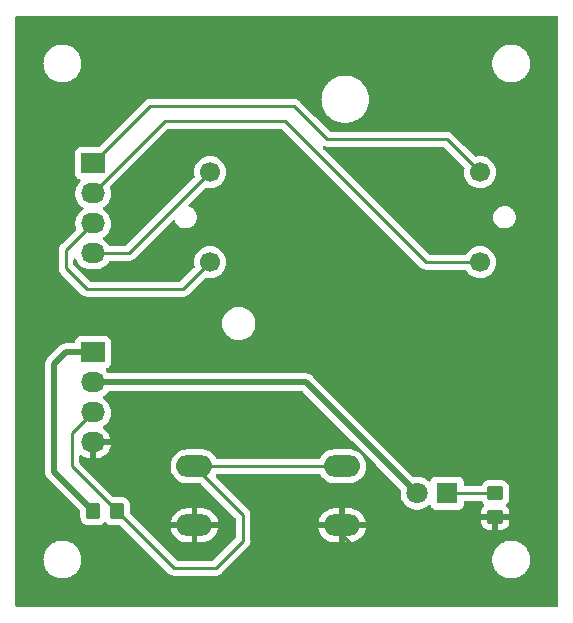
<source format=gbr>
%TF.GenerationSoftware,KiCad,Pcbnew,7.0.9*%
%TF.CreationDate,2024-01-30T23:10:39-08:00*%
%TF.ProjectId,display_rasp,64697370-6c61-4795-9f72-6173702e6b69,rev?*%
%TF.SameCoordinates,Original*%
%TF.FileFunction,Copper,L1,Top*%
%TF.FilePolarity,Positive*%
%FSLAX46Y46*%
G04 Gerber Fmt 4.6, Leading zero omitted, Abs format (unit mm)*
G04 Created by KiCad (PCBNEW 7.0.9) date 2024-01-30 23:10:39*
%MOMM*%
%LPD*%
G01*
G04 APERTURE LIST*
G04 Aperture macros list*
%AMRoundRect*
0 Rectangle with rounded corners*
0 $1 Rounding radius*
0 $2 $3 $4 $5 $6 $7 $8 $9 X,Y pos of 4 corners*
0 Add a 4 corners polygon primitive as box body*
4,1,4,$2,$3,$4,$5,$6,$7,$8,$9,$2,$3,0*
0 Add four circle primitives for the rounded corners*
1,1,$1+$1,$2,$3*
1,1,$1+$1,$4,$5*
1,1,$1+$1,$6,$7*
1,1,$1+$1,$8,$9*
0 Add four rect primitives between the rounded corners*
20,1,$1+$1,$2,$3,$4,$5,0*
20,1,$1+$1,$4,$5,$6,$7,0*
20,1,$1+$1,$6,$7,$8,$9,0*
20,1,$1+$1,$8,$9,$2,$3,0*%
G04 Aperture macros list end*
%TA.AperFunction,ComponentPad*%
%ADD10O,2.030000X1.730000*%
%TD*%
%TA.AperFunction,ComponentPad*%
%ADD11R,2.030000X1.730000*%
%TD*%
%TA.AperFunction,ComponentPad*%
%ADD12C,1.700000*%
%TD*%
%TA.AperFunction,ComponentPad*%
%ADD13O,3.048000X1.850000*%
%TD*%
%TA.AperFunction,SMDPad,CuDef*%
%ADD14RoundRect,0.250000X-0.350000X-0.450000X0.350000X-0.450000X0.350000X0.450000X-0.350000X0.450000X0*%
%TD*%
%TA.AperFunction,SMDPad,CuDef*%
%ADD15RoundRect,0.250000X-0.450000X0.350000X-0.450000X-0.350000X0.450000X-0.350000X0.450000X0.350000X0*%
%TD*%
%TA.AperFunction,ComponentPad*%
%ADD16C,1.800000*%
%TD*%
%TA.AperFunction,ComponentPad*%
%ADD17R,1.800000X1.800000*%
%TD*%
%TA.AperFunction,Conductor*%
%ADD18C,0.250000*%
%TD*%
%TA.AperFunction,Conductor*%
%ADD19C,0.500000*%
%TD*%
G04 APERTURE END LIST*
D10*
%TO.P,J1,4,Pin_4*%
%TO.N,/GPIO23*%
X117602000Y-100076000D03*
%TO.P,J1,3,Pin_3*%
%TO.N,/GPIO22*%
X117602000Y-97536000D03*
%TO.P,J1,2,Pin_2*%
%TO.N,/GPIO27*%
X117602000Y-94996000D03*
D11*
%TO.P,J1,1,Pin_1*%
%TO.N,/GPIO17*%
X117602000Y-92456000D03*
%TD*%
D10*
%TO.P,J2,4,Pin_4*%
%TO.N,GND*%
X117602000Y-116078000D03*
%TO.P,J2,3,Pin_3*%
%TO.N,/BUTTON*%
X117602000Y-113538000D03*
%TO.P,J2,2,Pin_2*%
%TO.N,/LED*%
X117602000Y-110998000D03*
D11*
%TO.P,J2,1,Pin_1*%
%TO.N,/VCC*%
X117602000Y-108458000D03*
%TD*%
D12*
%TO.P,M1,1*%
%TO.N,/GPIO17*%
X150368000Y-93218000D03*
%TO.P,M1,2,-*%
%TO.N,/GPIO27*%
X150368000Y-100838000D03*
%TO.P,M1,3*%
%TO.N,/GPIO22*%
X127508000Y-100838000D03*
%TO.P,M1,4*%
%TO.N,/GPIO23*%
X127508000Y-93218000D03*
%TD*%
D13*
%TO.P,SW1,2,B*%
%TO.N,GND*%
X138684000Y-123110000D03*
X126184000Y-123110000D03*
%TO.P,SW1,1,A*%
%TO.N,/BUTTON*%
X138684000Y-118110000D03*
X126184000Y-118110000D03*
%TD*%
D14*
%TO.P,R2,1*%
%TO.N,/VCC*%
X117634000Y-121920000D03*
%TO.P,R2,2*%
%TO.N,/BUTTON*%
X119634000Y-121920000D03*
%TD*%
D15*
%TO.P,R1,2*%
%TO.N,GND*%
X151638000Y-122396000D03*
%TO.P,R1,1*%
%TO.N,Net-(D1-K)*%
X151638000Y-120396000D03*
%TD*%
D16*
%TO.P,D1,2,A*%
%TO.N,/LED*%
X145034000Y-120396000D03*
D17*
%TO.P,D1,1,K*%
%TO.N,Net-(D1-K)*%
X147574000Y-120396000D03*
%TD*%
D18*
%TO.N,GND*%
X150114000Y-125730000D02*
X151638000Y-124206000D01*
X151638000Y-124206000D02*
X151638000Y-122396000D01*
X140462000Y-125730000D02*
X150114000Y-125730000D01*
X138684000Y-123110000D02*
X138684000Y-123952000D01*
X138684000Y-123952000D02*
X140462000Y-125730000D01*
%TO.N,Net-(D1-K)*%
X147574000Y-120396000D02*
X151638000Y-120396000D01*
%TO.N,GND*%
X117602000Y-116078000D02*
X117602000Y-117348000D01*
X117602000Y-117348000D02*
X123364000Y-123110000D01*
X123364000Y-123110000D02*
X126184000Y-123110000D01*
D19*
%TO.N,/VCC*%
X115316000Y-108458000D02*
X114300000Y-109474000D01*
X117602000Y-108458000D02*
X115316000Y-108458000D01*
X114300000Y-109474000D02*
X114300000Y-118586000D01*
X114300000Y-118586000D02*
X117634000Y-121920000D01*
D18*
%TO.N,/BUTTON*%
X126184000Y-118110000D02*
X130302000Y-122228000D01*
X130302000Y-122228000D02*
X130302000Y-124460000D01*
X130302000Y-124460000D02*
X128016000Y-126746000D01*
X128016000Y-126746000D02*
X124460000Y-126746000D01*
X124460000Y-126746000D02*
X119634000Y-121920000D01*
%TO.N,GND*%
X138684000Y-123110000D02*
X141050000Y-123110000D01*
X141050000Y-123110000D02*
X141478000Y-122682000D01*
X141478000Y-118110000D02*
X141478000Y-122682000D01*
X117602000Y-116078000D02*
X139446000Y-116078000D01*
X139446000Y-116078000D02*
X141478000Y-118110000D01*
%TO.N,/BUTTON*%
X126184000Y-118110000D02*
X138684000Y-118110000D01*
X127762000Y-118110000D02*
X126184000Y-118110000D01*
%TO.N,GND*%
X117602000Y-116078000D02*
X119152000Y-116078000D01*
%TO.N,/BUTTON*%
X115824000Y-115316000D02*
X115824000Y-118110000D01*
X117602000Y-113538000D02*
X115824000Y-115316000D01*
X115824000Y-118110000D02*
X119634000Y-121920000D01*
D19*
%TO.N,/LED*%
X117602000Y-110998000D02*
X135636000Y-110998000D01*
X135636000Y-110998000D02*
X145034000Y-120396000D01*
D18*
%TO.N,/GPIO22*%
X117602000Y-97536000D02*
X115316000Y-99822000D01*
X115316000Y-99822000D02*
X115316000Y-101346000D01*
X115316000Y-101346000D02*
X117094000Y-103124000D01*
X117094000Y-103124000D02*
X125222000Y-103124000D01*
X125222000Y-103124000D02*
X127508000Y-100838000D01*
%TO.N,/GPIO23*%
X117602000Y-100076000D02*
X120650000Y-100076000D01*
X120650000Y-100076000D02*
X127508000Y-93218000D01*
%TO.N,/GPIO27*%
X117602000Y-94996000D02*
X123698000Y-88900000D01*
X123698000Y-88900000D02*
X133858000Y-88900000D01*
X133858000Y-88900000D02*
X145796000Y-100838000D01*
X145796000Y-100838000D02*
X150368000Y-100838000D01*
%TO.N,/GPIO17*%
X117602000Y-92456000D02*
X122428000Y-87630000D01*
X122428000Y-87630000D02*
X134620000Y-87630000D01*
X134620000Y-87630000D02*
X137414000Y-90424000D01*
X137414000Y-90424000D02*
X147574000Y-90424000D01*
X147574000Y-90424000D02*
X150368000Y-93218000D01*
%TD*%
%TA.AperFunction,Conductor*%
%TO.N,GND*%
G36*
X156942539Y-80020185D02*
G01*
X156988294Y-80072989D01*
X156999500Y-80124500D01*
X156999500Y-129875500D01*
X156979815Y-129942539D01*
X156927011Y-129988294D01*
X156875500Y-129999500D01*
X111124500Y-129999500D01*
X111057461Y-129979815D01*
X111011706Y-129927011D01*
X111000500Y-129875500D01*
X111000500Y-125999999D01*
X113394551Y-125999999D01*
X113402275Y-126098142D01*
X113402466Y-126103008D01*
X113402466Y-126125734D01*
X113406019Y-126148167D01*
X113406592Y-126153002D01*
X113410603Y-126203959D01*
X113414317Y-126251148D01*
X113414317Y-126251151D01*
X113414318Y-126251153D01*
X113437296Y-126346867D01*
X113438246Y-126351642D01*
X113441801Y-126374090D01*
X113448824Y-126395705D01*
X113450146Y-126400390D01*
X113473127Y-126496114D01*
X113510797Y-126587057D01*
X113512482Y-126591623D01*
X113518170Y-126609126D01*
X113519507Y-126613240D01*
X113519508Y-126613243D01*
X113519509Y-126613244D01*
X113529821Y-126633484D01*
X113531858Y-126637904D01*
X113569532Y-126728857D01*
X113620973Y-126812803D01*
X113623351Y-126817048D01*
X113630514Y-126831104D01*
X113633666Y-126837290D01*
X113633667Y-126837292D01*
X113647017Y-126855667D01*
X113649722Y-126859714D01*
X113699021Y-126940163D01*
X113701164Y-126943659D01*
X113701171Y-126943667D01*
X113765094Y-127018511D01*
X113768107Y-127022332D01*
X113781469Y-127040724D01*
X113797547Y-127056802D01*
X113800832Y-127060355D01*
X113864776Y-127135224D01*
X113939639Y-127199163D01*
X113943202Y-127202457D01*
X113959276Y-127218531D01*
X113975080Y-127230013D01*
X113977665Y-127231891D01*
X113981471Y-127234891D01*
X114056341Y-127298836D01*
X114056343Y-127298837D01*
X114056344Y-127298838D01*
X114056345Y-127298839D01*
X114140277Y-127350272D01*
X114144325Y-127352977D01*
X114149400Y-127356664D01*
X114162710Y-127366334D01*
X114182961Y-127376652D01*
X114187179Y-127379014D01*
X114271141Y-127430466D01*
X114271143Y-127430466D01*
X114271145Y-127430468D01*
X114312908Y-127447766D01*
X114362101Y-127468142D01*
X114366515Y-127470178D01*
X114374608Y-127474301D01*
X114386760Y-127480493D01*
X114408380Y-127487517D01*
X114412923Y-127489194D01*
X114503889Y-127526873D01*
X114599627Y-127549857D01*
X114604289Y-127551172D01*
X114625910Y-127558198D01*
X114625911Y-127558198D01*
X114625914Y-127558199D01*
X114634646Y-127559581D01*
X114648367Y-127561754D01*
X114653107Y-127562696D01*
X114748852Y-127585683D01*
X114847024Y-127593409D01*
X114851795Y-127593974D01*
X114874271Y-127597534D01*
X114874275Y-127597534D01*
X114896992Y-127597534D01*
X114901858Y-127597725D01*
X115000000Y-127605449D01*
X115098142Y-127597725D01*
X115103008Y-127597534D01*
X115125725Y-127597534D01*
X115125729Y-127597534D01*
X115148204Y-127593974D01*
X115152975Y-127593409D01*
X115251148Y-127585683D01*
X115346897Y-127562695D01*
X115351627Y-127561755D01*
X115374090Y-127558198D01*
X115395737Y-127551164D01*
X115400351Y-127549862D01*
X115496111Y-127526873D01*
X115587090Y-127489188D01*
X115591599Y-127487524D01*
X115613240Y-127480493D01*
X115633508Y-127470165D01*
X115637863Y-127468157D01*
X115728859Y-127430466D01*
X115812833Y-127379006D01*
X115817018Y-127376662D01*
X115837290Y-127366334D01*
X115855684Y-127352969D01*
X115859707Y-127350281D01*
X115943659Y-127298836D01*
X116018547Y-127234875D01*
X116022314Y-127231906D01*
X116040724Y-127218531D01*
X116056819Y-127202435D01*
X116060347Y-127199174D01*
X116135224Y-127135224D01*
X116199174Y-127060347D01*
X116202435Y-127056819D01*
X116218531Y-127040724D01*
X116231906Y-127022314D01*
X116234875Y-127018547D01*
X116298836Y-126943659D01*
X116350281Y-126859707D01*
X116352969Y-126855684D01*
X116366334Y-126837290D01*
X116376662Y-126817018D01*
X116379006Y-126812833D01*
X116430466Y-126728859D01*
X116468157Y-126637863D01*
X116470165Y-126633508D01*
X116480493Y-126613240D01*
X116487524Y-126591599D01*
X116489188Y-126587090D01*
X116526873Y-126496111D01*
X116549862Y-126400351D01*
X116551164Y-126395737D01*
X116558198Y-126374090D01*
X116561755Y-126351627D01*
X116562695Y-126346897D01*
X116585683Y-126251148D01*
X116593409Y-126152978D01*
X116593974Y-126148201D01*
X116597534Y-126125729D01*
X116598155Y-126094043D01*
X116598334Y-126090401D01*
X116605449Y-126000000D01*
X116598333Y-125909593D01*
X116598155Y-125905946D01*
X116597979Y-125896990D01*
X116597534Y-125874271D01*
X116593974Y-125851798D01*
X116593409Y-125847021D01*
X116585683Y-125748852D01*
X116562696Y-125653107D01*
X116561753Y-125648357D01*
X116558198Y-125625913D01*
X116558198Y-125625911D01*
X116558195Y-125625903D01*
X116551172Y-125604289D01*
X116549857Y-125599627D01*
X116526873Y-125503889D01*
X116489194Y-125412923D01*
X116487517Y-125408380D01*
X116480493Y-125386760D01*
X116470178Y-125366515D01*
X116468139Y-125362093D01*
X116430468Y-125271145D01*
X116430466Y-125271141D01*
X116379014Y-125187179D01*
X116376649Y-125182955D01*
X116366337Y-125162716D01*
X116366334Y-125162710D01*
X116358039Y-125151293D01*
X116352977Y-125144325D01*
X116350272Y-125140277D01*
X116298839Y-125056345D01*
X116298838Y-125056344D01*
X116298837Y-125056343D01*
X116298836Y-125056341D01*
X116234891Y-124981471D01*
X116231891Y-124977665D01*
X116218531Y-124959276D01*
X116202453Y-124943198D01*
X116199163Y-124939639D01*
X116135224Y-124864776D01*
X116060355Y-124800832D01*
X116056799Y-124797544D01*
X116040724Y-124781469D01*
X116022332Y-124768107D01*
X116018511Y-124765094D01*
X115943667Y-124701171D01*
X115943659Y-124701164D01*
X115943654Y-124701161D01*
X115943653Y-124701160D01*
X115859714Y-124649722D01*
X115855667Y-124647017D01*
X115837292Y-124633667D01*
X115837290Y-124633666D01*
X115831104Y-124630514D01*
X115817048Y-124623351D01*
X115812803Y-124620973D01*
X115728857Y-124569532D01*
X115637904Y-124531858D01*
X115633484Y-124529821D01*
X115613244Y-124519509D01*
X115613243Y-124519508D01*
X115613240Y-124519507D01*
X115609126Y-124518170D01*
X115591623Y-124512482D01*
X115587057Y-124510797D01*
X115496114Y-124473127D01*
X115400390Y-124450146D01*
X115395705Y-124448824D01*
X115374090Y-124441801D01*
X115351642Y-124438246D01*
X115346867Y-124437296D01*
X115251152Y-124414318D01*
X115251153Y-124414318D01*
X115251151Y-124414317D01*
X115251148Y-124414317D01*
X115203959Y-124410603D01*
X115153002Y-124406592D01*
X115148167Y-124406019D01*
X115125734Y-124402466D01*
X115125729Y-124402466D01*
X115103008Y-124402466D01*
X115098142Y-124402275D01*
X115000000Y-124394551D01*
X114901858Y-124402275D01*
X114896992Y-124402466D01*
X114874271Y-124402466D01*
X114851833Y-124406019D01*
X114846998Y-124406592D01*
X114748851Y-124414317D01*
X114748844Y-124414318D01*
X114653132Y-124437296D01*
X114648357Y-124438246D01*
X114625913Y-124441801D01*
X114625903Y-124441803D01*
X114604299Y-124448823D01*
X114599612Y-124450145D01*
X114503891Y-124473125D01*
X114412938Y-124510799D01*
X114408373Y-124512483D01*
X114386757Y-124519507D01*
X114366515Y-124529820D01*
X114362098Y-124531856D01*
X114271141Y-124569534D01*
X114187201Y-124620970D01*
X114182958Y-124623347D01*
X114162716Y-124633662D01*
X114162708Y-124633667D01*
X114144330Y-124647018D01*
X114140286Y-124649720D01*
X114056339Y-124701165D01*
X113981482Y-124765098D01*
X113977660Y-124768111D01*
X113959276Y-124781469D01*
X113943198Y-124797544D01*
X113939626Y-124800846D01*
X113864775Y-124864775D01*
X113800846Y-124939626D01*
X113797544Y-124943198D01*
X113781469Y-124959276D01*
X113768111Y-124977660D01*
X113765098Y-124981482D01*
X113701165Y-125056339D01*
X113649720Y-125140286D01*
X113647018Y-125144330D01*
X113633667Y-125162708D01*
X113633662Y-125162716D01*
X113623347Y-125182958D01*
X113620970Y-125187201D01*
X113569534Y-125271141D01*
X113531856Y-125362098D01*
X113529820Y-125366515D01*
X113519507Y-125386757D01*
X113512483Y-125408373D01*
X113510799Y-125412938D01*
X113473125Y-125503891D01*
X113450145Y-125599612D01*
X113448823Y-125604299D01*
X113441803Y-125625903D01*
X113441801Y-125625913D01*
X113438246Y-125648357D01*
X113437296Y-125653132D01*
X113414318Y-125748844D01*
X113414317Y-125748851D01*
X113406592Y-125846998D01*
X113406019Y-125851833D01*
X113402466Y-125874270D01*
X113402466Y-125896990D01*
X113402275Y-125901856D01*
X113394551Y-125999999D01*
X111000500Y-125999999D01*
X111000500Y-118564025D01*
X113544710Y-118564025D01*
X113549264Y-118616064D01*
X113549500Y-118621470D01*
X113549500Y-118629709D01*
X113551103Y-118643429D01*
X113553306Y-118662274D01*
X113560000Y-118738791D01*
X113561461Y-118745867D01*
X113561403Y-118745878D01*
X113563034Y-118753237D01*
X113563092Y-118753224D01*
X113564757Y-118760250D01*
X113591025Y-118832424D01*
X113615185Y-118905331D01*
X113618236Y-118911874D01*
X113618182Y-118911898D01*
X113621470Y-118918688D01*
X113621521Y-118918663D01*
X113624761Y-118925113D01*
X113624762Y-118925114D01*
X113624763Y-118925117D01*
X113660366Y-118979250D01*
X113666965Y-118989283D01*
X113707287Y-119054655D01*
X113711766Y-119060319D01*
X113711719Y-119060356D01*
X113716482Y-119066202D01*
X113716528Y-119066164D01*
X113721173Y-119071700D01*
X113777017Y-119124385D01*
X116497181Y-121844549D01*
X116530666Y-121905872D01*
X116533500Y-121932230D01*
X116533500Y-122420001D01*
X116533501Y-122420019D01*
X116544000Y-122522796D01*
X116544001Y-122522799D01*
X116599185Y-122689331D01*
X116599187Y-122689336D01*
X116600347Y-122691217D01*
X116691288Y-122838656D01*
X116815344Y-122962712D01*
X116964666Y-123054814D01*
X117131203Y-123109999D01*
X117233991Y-123120500D01*
X118034008Y-123120499D01*
X118034016Y-123120498D01*
X118034019Y-123120498D01*
X118090302Y-123114748D01*
X118136797Y-123109999D01*
X118303334Y-123054814D01*
X118452656Y-122962712D01*
X118546319Y-122869049D01*
X118607642Y-122835564D01*
X118677334Y-122840548D01*
X118721681Y-122869049D01*
X118815344Y-122962712D01*
X118964666Y-123054814D01*
X119131203Y-123109999D01*
X119233991Y-123120500D01*
X119898547Y-123120499D01*
X119965586Y-123140183D01*
X119986228Y-123156818D01*
X123959194Y-127129784D01*
X123969019Y-127142048D01*
X123969240Y-127141866D01*
X123974210Y-127147873D01*
X123974213Y-127147876D01*
X123974214Y-127147877D01*
X124024651Y-127195241D01*
X124045530Y-127216120D01*
X124051004Y-127220366D01*
X124055442Y-127224156D01*
X124089418Y-127256062D01*
X124089422Y-127256064D01*
X124106973Y-127265713D01*
X124123231Y-127276392D01*
X124139064Y-127288674D01*
X124151426Y-127294023D01*
X124181837Y-127307183D01*
X124187081Y-127309752D01*
X124227908Y-127332197D01*
X124247312Y-127337179D01*
X124265710Y-127343478D01*
X124284105Y-127351438D01*
X124330129Y-127358726D01*
X124335832Y-127359907D01*
X124380981Y-127371500D01*
X124401016Y-127371500D01*
X124420413Y-127373026D01*
X124440196Y-127376160D01*
X124486584Y-127371775D01*
X124492422Y-127371500D01*
X127933257Y-127371500D01*
X127948877Y-127373224D01*
X127948904Y-127372939D01*
X127956660Y-127373671D01*
X127956667Y-127373673D01*
X128025814Y-127371500D01*
X128055350Y-127371500D01*
X128062228Y-127370630D01*
X128068041Y-127370172D01*
X128114627Y-127368709D01*
X128133869Y-127363117D01*
X128152912Y-127359174D01*
X128172792Y-127356664D01*
X128216122Y-127339507D01*
X128221646Y-127337617D01*
X128225396Y-127336527D01*
X128266390Y-127324618D01*
X128283629Y-127314422D01*
X128301103Y-127305862D01*
X128319727Y-127298488D01*
X128319727Y-127298487D01*
X128319732Y-127298486D01*
X128357449Y-127271082D01*
X128362305Y-127267892D01*
X128402420Y-127244170D01*
X128416589Y-127229999D01*
X128431379Y-127217368D01*
X128447587Y-127205594D01*
X128477299Y-127169676D01*
X128481212Y-127165376D01*
X129646590Y-125999999D01*
X151394551Y-125999999D01*
X151402275Y-126098142D01*
X151402466Y-126103008D01*
X151402466Y-126125734D01*
X151406019Y-126148167D01*
X151406592Y-126153002D01*
X151410603Y-126203959D01*
X151414317Y-126251148D01*
X151414317Y-126251151D01*
X151414318Y-126251153D01*
X151437296Y-126346867D01*
X151438246Y-126351642D01*
X151441801Y-126374090D01*
X151448824Y-126395705D01*
X151450146Y-126400390D01*
X151473127Y-126496114D01*
X151510797Y-126587057D01*
X151512482Y-126591623D01*
X151518170Y-126609126D01*
X151519507Y-126613240D01*
X151519508Y-126613243D01*
X151519509Y-126613244D01*
X151529821Y-126633484D01*
X151531858Y-126637904D01*
X151569532Y-126728857D01*
X151620973Y-126812803D01*
X151623351Y-126817048D01*
X151630514Y-126831104D01*
X151633666Y-126837290D01*
X151633667Y-126837292D01*
X151647017Y-126855667D01*
X151649722Y-126859714D01*
X151699021Y-126940163D01*
X151701164Y-126943659D01*
X151701171Y-126943667D01*
X151765094Y-127018511D01*
X151768107Y-127022332D01*
X151781469Y-127040724D01*
X151797547Y-127056802D01*
X151800832Y-127060355D01*
X151864776Y-127135224D01*
X151939639Y-127199163D01*
X151943202Y-127202457D01*
X151959276Y-127218531D01*
X151975080Y-127230013D01*
X151977665Y-127231891D01*
X151981471Y-127234891D01*
X152056341Y-127298836D01*
X152056343Y-127298837D01*
X152056344Y-127298838D01*
X152056345Y-127298839D01*
X152140277Y-127350272D01*
X152144325Y-127352977D01*
X152149400Y-127356664D01*
X152162710Y-127366334D01*
X152182961Y-127376652D01*
X152187179Y-127379014D01*
X152271141Y-127430466D01*
X152271143Y-127430466D01*
X152271145Y-127430468D01*
X152312908Y-127447766D01*
X152362101Y-127468142D01*
X152366515Y-127470178D01*
X152374608Y-127474301D01*
X152386760Y-127480493D01*
X152408380Y-127487517D01*
X152412923Y-127489194D01*
X152503889Y-127526873D01*
X152599627Y-127549857D01*
X152604289Y-127551172D01*
X152625910Y-127558198D01*
X152625911Y-127558198D01*
X152625914Y-127558199D01*
X152634646Y-127559581D01*
X152648367Y-127561754D01*
X152653107Y-127562696D01*
X152748852Y-127585683D01*
X152847024Y-127593409D01*
X152851795Y-127593974D01*
X152874271Y-127597534D01*
X152874275Y-127597534D01*
X152896992Y-127597534D01*
X152901858Y-127597725D01*
X153000000Y-127605449D01*
X153098142Y-127597725D01*
X153103008Y-127597534D01*
X153125725Y-127597534D01*
X153125729Y-127597534D01*
X153148204Y-127593974D01*
X153152975Y-127593409D01*
X153251148Y-127585683D01*
X153346897Y-127562695D01*
X153351627Y-127561755D01*
X153374090Y-127558198D01*
X153395737Y-127551164D01*
X153400351Y-127549862D01*
X153496111Y-127526873D01*
X153587090Y-127489188D01*
X153591599Y-127487524D01*
X153613240Y-127480493D01*
X153633508Y-127470165D01*
X153637863Y-127468157D01*
X153728859Y-127430466D01*
X153812833Y-127379006D01*
X153817018Y-127376662D01*
X153837290Y-127366334D01*
X153855684Y-127352969D01*
X153859707Y-127350281D01*
X153943659Y-127298836D01*
X154018547Y-127234875D01*
X154022314Y-127231906D01*
X154040724Y-127218531D01*
X154056819Y-127202435D01*
X154060347Y-127199174D01*
X154135224Y-127135224D01*
X154199174Y-127060347D01*
X154202435Y-127056819D01*
X154218531Y-127040724D01*
X154231906Y-127022314D01*
X154234875Y-127018547D01*
X154298836Y-126943659D01*
X154350281Y-126859707D01*
X154352969Y-126855684D01*
X154366334Y-126837290D01*
X154376662Y-126817018D01*
X154379006Y-126812833D01*
X154430466Y-126728859D01*
X154468157Y-126637863D01*
X154470165Y-126633508D01*
X154480493Y-126613240D01*
X154487524Y-126591599D01*
X154489188Y-126587090D01*
X154526873Y-126496111D01*
X154549862Y-126400351D01*
X154551164Y-126395737D01*
X154558198Y-126374090D01*
X154561755Y-126351627D01*
X154562695Y-126346897D01*
X154585683Y-126251148D01*
X154593409Y-126152978D01*
X154593974Y-126148201D01*
X154597534Y-126125729D01*
X154598155Y-126094043D01*
X154598334Y-126090401D01*
X154605449Y-126000000D01*
X154598333Y-125909593D01*
X154598155Y-125905946D01*
X154597979Y-125896990D01*
X154597534Y-125874271D01*
X154593974Y-125851798D01*
X154593409Y-125847021D01*
X154585683Y-125748852D01*
X154562696Y-125653107D01*
X154561753Y-125648357D01*
X154558198Y-125625913D01*
X154558198Y-125625911D01*
X154558195Y-125625903D01*
X154551172Y-125604289D01*
X154549857Y-125599627D01*
X154526873Y-125503889D01*
X154489194Y-125412923D01*
X154487517Y-125408380D01*
X154480493Y-125386760D01*
X154470178Y-125366515D01*
X154468139Y-125362093D01*
X154430468Y-125271145D01*
X154430466Y-125271141D01*
X154379014Y-125187179D01*
X154376649Y-125182955D01*
X154366337Y-125162716D01*
X154366334Y-125162710D01*
X154358039Y-125151293D01*
X154352977Y-125144325D01*
X154350272Y-125140277D01*
X154298839Y-125056345D01*
X154298838Y-125056344D01*
X154298837Y-125056343D01*
X154298836Y-125056341D01*
X154234891Y-124981471D01*
X154231891Y-124977665D01*
X154218531Y-124959276D01*
X154202453Y-124943198D01*
X154199163Y-124939639D01*
X154135224Y-124864776D01*
X154060355Y-124800832D01*
X154056799Y-124797544D01*
X154040724Y-124781469D01*
X154022332Y-124768107D01*
X154018511Y-124765094D01*
X153943667Y-124701171D01*
X153943659Y-124701164D01*
X153943654Y-124701161D01*
X153943653Y-124701160D01*
X153859714Y-124649722D01*
X153855667Y-124647017D01*
X153837292Y-124633667D01*
X153837290Y-124633666D01*
X153831104Y-124630514D01*
X153817048Y-124623351D01*
X153812803Y-124620973D01*
X153728857Y-124569532D01*
X153637904Y-124531858D01*
X153633484Y-124529821D01*
X153613244Y-124519509D01*
X153613243Y-124519508D01*
X153613240Y-124519507D01*
X153609126Y-124518170D01*
X153591623Y-124512482D01*
X153587057Y-124510797D01*
X153496114Y-124473127D01*
X153400390Y-124450146D01*
X153395705Y-124448824D01*
X153374090Y-124441801D01*
X153351642Y-124438246D01*
X153346867Y-124437296D01*
X153251152Y-124414318D01*
X153251153Y-124414318D01*
X153251151Y-124414317D01*
X153251148Y-124414317D01*
X153203959Y-124410603D01*
X153153002Y-124406592D01*
X153148167Y-124406019D01*
X153125734Y-124402466D01*
X153125729Y-124402466D01*
X153103008Y-124402466D01*
X153098142Y-124402275D01*
X153000000Y-124394551D01*
X152901858Y-124402275D01*
X152896992Y-124402466D01*
X152874271Y-124402466D01*
X152851833Y-124406019D01*
X152846998Y-124406592D01*
X152748851Y-124414317D01*
X152748844Y-124414318D01*
X152653132Y-124437296D01*
X152648357Y-124438246D01*
X152625913Y-124441801D01*
X152625903Y-124441803D01*
X152604299Y-124448823D01*
X152599612Y-124450145D01*
X152503891Y-124473125D01*
X152412938Y-124510799D01*
X152408373Y-124512483D01*
X152386757Y-124519507D01*
X152366515Y-124529820D01*
X152362098Y-124531856D01*
X152271141Y-124569534D01*
X152187201Y-124620970D01*
X152182958Y-124623347D01*
X152162716Y-124633662D01*
X152162708Y-124633667D01*
X152144330Y-124647018D01*
X152140286Y-124649720D01*
X152056339Y-124701165D01*
X151981482Y-124765098D01*
X151977660Y-124768111D01*
X151959276Y-124781469D01*
X151943198Y-124797544D01*
X151939626Y-124800846D01*
X151864775Y-124864775D01*
X151800846Y-124939626D01*
X151797544Y-124943198D01*
X151781469Y-124959276D01*
X151768111Y-124977660D01*
X151765098Y-124981482D01*
X151701165Y-125056339D01*
X151649720Y-125140286D01*
X151647018Y-125144330D01*
X151633667Y-125162708D01*
X151633662Y-125162716D01*
X151623347Y-125182958D01*
X151620970Y-125187201D01*
X151569534Y-125271141D01*
X151531856Y-125362098D01*
X151529820Y-125366515D01*
X151519507Y-125386757D01*
X151512483Y-125408373D01*
X151510799Y-125412938D01*
X151473125Y-125503891D01*
X151450145Y-125599612D01*
X151448823Y-125604299D01*
X151441803Y-125625903D01*
X151441801Y-125625913D01*
X151438246Y-125648357D01*
X151437296Y-125653132D01*
X151414318Y-125748844D01*
X151414317Y-125748851D01*
X151406592Y-125846998D01*
X151406019Y-125851833D01*
X151402466Y-125874270D01*
X151402466Y-125896990D01*
X151402275Y-125901856D01*
X151394551Y-125999999D01*
X129646590Y-125999999D01*
X130685788Y-124960801D01*
X130698042Y-124950986D01*
X130697859Y-124950764D01*
X130703866Y-124945792D01*
X130703877Y-124945786D01*
X130734775Y-124912882D01*
X130751227Y-124895364D01*
X130761671Y-124884918D01*
X130772120Y-124874471D01*
X130776379Y-124868978D01*
X130780152Y-124864561D01*
X130812062Y-124830582D01*
X130821713Y-124813024D01*
X130832396Y-124796761D01*
X130844673Y-124780936D01*
X130863185Y-124738153D01*
X130865738Y-124732941D01*
X130888197Y-124692092D01*
X130893180Y-124672680D01*
X130899481Y-124654280D01*
X130907437Y-124635896D01*
X130914729Y-124589852D01*
X130915906Y-124584171D01*
X130927500Y-124539019D01*
X130927500Y-124518983D01*
X130929027Y-124499582D01*
X130932160Y-124479804D01*
X130927775Y-124433415D01*
X130927500Y-124427577D01*
X130927500Y-122859999D01*
X136680377Y-122859999D01*
X136680378Y-122860000D01*
X138083272Y-122860000D01*
X138060900Y-122907543D01*
X138030127Y-123068862D01*
X138040439Y-123232766D01*
X138081780Y-123360000D01*
X136681161Y-123360000D01*
X136717536Y-123528782D01*
X136717537Y-123528785D01*
X136807978Y-123753856D01*
X136935161Y-123960415D01*
X137095422Y-124142507D01*
X137095426Y-124142511D01*
X137284144Y-124294890D01*
X137284150Y-124294894D01*
X137495917Y-124413194D01*
X137724629Y-124494003D01*
X137724637Y-124494005D01*
X137963706Y-124534999D01*
X137963715Y-124535000D01*
X138434000Y-124535000D01*
X138434000Y-123714310D01*
X138442817Y-123719158D01*
X138601886Y-123760000D01*
X138724894Y-123760000D01*
X138846933Y-123744583D01*
X138934000Y-123710110D01*
X138934000Y-124535000D01*
X139343539Y-124535000D01*
X139524692Y-124519582D01*
X139759440Y-124458458D01*
X139980472Y-124358546D01*
X139980480Y-124358541D01*
X140181450Y-124222708D01*
X140181453Y-124222706D01*
X140356575Y-124054864D01*
X140356576Y-124054863D01*
X140500813Y-123859843D01*
X140610021Y-123643242D01*
X140681053Y-123411299D01*
X140687622Y-123360000D01*
X139284728Y-123360000D01*
X139307100Y-123312457D01*
X139337873Y-123151138D01*
X139327561Y-122987234D01*
X139286220Y-122860000D01*
X140686839Y-122860000D01*
X140650463Y-122691217D01*
X140650462Y-122691214D01*
X140632294Y-122646000D01*
X150438001Y-122646000D01*
X150438001Y-122795986D01*
X150448494Y-122898697D01*
X150503641Y-123065119D01*
X150503643Y-123065124D01*
X150595684Y-123214345D01*
X150719654Y-123338315D01*
X150868875Y-123430356D01*
X150868880Y-123430358D01*
X151035302Y-123485505D01*
X151035309Y-123485506D01*
X151138019Y-123495999D01*
X151387999Y-123495999D01*
X151388000Y-123495998D01*
X151388000Y-122646000D01*
X151888000Y-122646000D01*
X151888000Y-123495999D01*
X152137972Y-123495999D01*
X152137986Y-123495998D01*
X152240697Y-123485505D01*
X152407119Y-123430358D01*
X152407124Y-123430356D01*
X152556345Y-123338315D01*
X152680315Y-123214345D01*
X152772356Y-123065124D01*
X152772358Y-123065119D01*
X152827505Y-122898697D01*
X152827506Y-122898690D01*
X152837999Y-122795986D01*
X152838000Y-122795973D01*
X152838000Y-122646000D01*
X151888000Y-122646000D01*
X151388000Y-122646000D01*
X150438001Y-122646000D01*
X140632294Y-122646000D01*
X140560021Y-122466143D01*
X140432838Y-122259584D01*
X140272577Y-122077492D01*
X140272573Y-122077488D01*
X140083855Y-121925109D01*
X140083849Y-121925105D01*
X139872082Y-121806805D01*
X139643370Y-121725996D01*
X139643362Y-121725994D01*
X139404293Y-121685000D01*
X138934000Y-121685000D01*
X138934000Y-122505689D01*
X138925183Y-122500842D01*
X138766114Y-122460000D01*
X138643106Y-122460000D01*
X138521067Y-122475417D01*
X138434000Y-122509889D01*
X138434000Y-121685000D01*
X138024461Y-121685000D01*
X137843307Y-121700417D01*
X137608559Y-121761541D01*
X137387527Y-121861453D01*
X137387519Y-121861458D01*
X137186549Y-121997291D01*
X137186546Y-121997293D01*
X137011424Y-122165135D01*
X137011423Y-122165136D01*
X136867186Y-122360156D01*
X136757978Y-122576757D01*
X136686946Y-122808700D01*
X136680377Y-122859999D01*
X130927500Y-122859999D01*
X130927500Y-122310737D01*
X130929224Y-122295123D01*
X130928938Y-122295096D01*
X130929672Y-122287333D01*
X130927500Y-122218202D01*
X130927500Y-122188651D01*
X130927500Y-122188650D01*
X130926629Y-122181759D01*
X130926172Y-122175945D01*
X130925832Y-122165136D01*
X130924709Y-122129372D01*
X130919120Y-122110137D01*
X130915174Y-122091084D01*
X130912664Y-122071208D01*
X130895501Y-122027859D01*
X130893614Y-122022346D01*
X130886335Y-121997293D01*
X130880617Y-121977610D01*
X130870421Y-121960369D01*
X130861860Y-121942893D01*
X130854486Y-121924269D01*
X130854486Y-121924267D01*
X130844474Y-121910488D01*
X130827083Y-121886550D01*
X130823900Y-121881705D01*
X130800170Y-121841579D01*
X130800165Y-121841573D01*
X130786005Y-121827413D01*
X130773370Y-121812620D01*
X130761656Y-121796499D01*
X130761594Y-121796413D01*
X130725693Y-121766713D01*
X130721381Y-121762790D01*
X127999164Y-119040573D01*
X127965679Y-118979250D01*
X127970663Y-118909558D01*
X127987147Y-118879161D01*
X128001244Y-118860102D01*
X128029694Y-118803673D01*
X128077453Y-118752675D01*
X128140417Y-118735500D01*
X136726817Y-118735500D01*
X136793856Y-118755185D01*
X136832407Y-118794486D01*
X136934757Y-118960713D01*
X137095075Y-119142869D01*
X137095079Y-119142873D01*
X137283870Y-119295311D01*
X137495709Y-119413652D01*
X137495712Y-119413653D01*
X137724507Y-119494491D01*
X137724513Y-119494492D01*
X137963662Y-119535499D01*
X137963670Y-119535499D01*
X137963672Y-119535500D01*
X137963673Y-119535500D01*
X139343559Y-119535500D01*
X139524775Y-119520076D01*
X139524775Y-119520075D01*
X139524782Y-119520075D01*
X139759608Y-119458931D01*
X139759611Y-119458930D01*
X139980713Y-119358986D01*
X139980716Y-119358983D01*
X139980723Y-119358981D01*
X140181765Y-119223100D01*
X140356952Y-119055197D01*
X140501244Y-118860102D01*
X140610488Y-118643429D01*
X140681543Y-118411409D01*
X140712365Y-118170719D01*
X140702066Y-117928281D01*
X140693218Y-117887228D01*
X140674322Y-117799547D01*
X140650944Y-117691072D01*
X140560468Y-117465914D01*
X140433242Y-117259286D01*
X140272925Y-117077131D01*
X140272924Y-117077130D01*
X140272920Y-117077126D01*
X140084129Y-116924688D01*
X139872290Y-116806347D01*
X139643500Y-116725511D01*
X139643486Y-116725507D01*
X139404337Y-116684500D01*
X139404328Y-116684500D01*
X138024446Y-116684500D01*
X138024441Y-116684500D01*
X137843224Y-116699923D01*
X137843222Y-116699924D01*
X137608391Y-116761068D01*
X137608388Y-116761069D01*
X137387286Y-116861013D01*
X137387274Y-116861020D01*
X137186234Y-116996900D01*
X137186232Y-116996902D01*
X137011047Y-117164803D01*
X137011046Y-117164804D01*
X136866760Y-117359891D01*
X136866757Y-117359896D01*
X136866756Y-117359898D01*
X136844656Y-117403731D01*
X136838306Y-117416326D01*
X136790547Y-117467325D01*
X136727583Y-117484500D01*
X128141183Y-117484500D01*
X128074144Y-117464815D01*
X128035593Y-117425514D01*
X127933242Y-117259286D01*
X127772924Y-117077130D01*
X127772920Y-117077126D01*
X127584129Y-116924688D01*
X127372290Y-116806347D01*
X127143500Y-116725511D01*
X127143486Y-116725507D01*
X126904337Y-116684500D01*
X126904328Y-116684500D01*
X125524446Y-116684500D01*
X125524441Y-116684500D01*
X125343224Y-116699923D01*
X125343222Y-116699924D01*
X125108391Y-116761068D01*
X125108388Y-116761069D01*
X124887286Y-116861013D01*
X124887274Y-116861020D01*
X124686234Y-116996900D01*
X124686232Y-116996902D01*
X124511047Y-117164803D01*
X124511046Y-117164804D01*
X124366758Y-117359893D01*
X124257515Y-117576565D01*
X124257512Y-117576571D01*
X124186456Y-117808594D01*
X124155635Y-118049281D01*
X124165933Y-118291715D01*
X124165933Y-118291719D01*
X124217056Y-118528929D01*
X124217057Y-118528932D01*
X124307530Y-118754082D01*
X124307532Y-118754086D01*
X124338065Y-118803674D01*
X124434757Y-118960713D01*
X124595075Y-119142869D01*
X124595079Y-119142873D01*
X124783870Y-119295311D01*
X124995709Y-119413652D01*
X124995712Y-119413653D01*
X125224507Y-119494491D01*
X125224513Y-119494492D01*
X125463662Y-119535499D01*
X125463670Y-119535499D01*
X125463672Y-119535500D01*
X126673548Y-119535500D01*
X126740587Y-119555185D01*
X126761229Y-119571819D01*
X129640181Y-122450771D01*
X129673666Y-122512094D01*
X129676500Y-122538452D01*
X129676500Y-124149547D01*
X129656815Y-124216586D01*
X129640181Y-124237228D01*
X127793228Y-126084181D01*
X127731905Y-126117666D01*
X127705547Y-126120500D01*
X124770452Y-126120500D01*
X124703413Y-126100815D01*
X124682771Y-126084181D01*
X121458590Y-122859999D01*
X124180377Y-122859999D01*
X124180378Y-122860000D01*
X125583272Y-122860000D01*
X125560900Y-122907543D01*
X125530127Y-123068862D01*
X125540439Y-123232766D01*
X125581780Y-123360000D01*
X124181161Y-123360000D01*
X124217536Y-123528782D01*
X124217537Y-123528785D01*
X124307978Y-123753856D01*
X124435161Y-123960415D01*
X124595422Y-124142507D01*
X124595426Y-124142511D01*
X124784144Y-124294890D01*
X124784150Y-124294894D01*
X124995917Y-124413194D01*
X125224629Y-124494003D01*
X125224637Y-124494005D01*
X125463706Y-124534999D01*
X125463715Y-124535000D01*
X125934000Y-124535000D01*
X125934000Y-123714310D01*
X125942817Y-123719158D01*
X126101886Y-123760000D01*
X126224894Y-123760000D01*
X126346933Y-123744583D01*
X126434000Y-123710110D01*
X126434000Y-124535000D01*
X126843539Y-124535000D01*
X127024692Y-124519582D01*
X127259440Y-124458458D01*
X127480472Y-124358546D01*
X127480480Y-124358541D01*
X127681450Y-124222708D01*
X127681453Y-124222706D01*
X127856575Y-124054864D01*
X127856576Y-124054863D01*
X128000813Y-123859843D01*
X128110021Y-123643242D01*
X128181053Y-123411299D01*
X128187622Y-123360000D01*
X126784728Y-123360000D01*
X126807100Y-123312457D01*
X126837873Y-123151138D01*
X126827561Y-122987234D01*
X126786220Y-122860000D01*
X128186839Y-122860000D01*
X128150463Y-122691217D01*
X128150462Y-122691214D01*
X128060021Y-122466143D01*
X127932838Y-122259584D01*
X127772577Y-122077492D01*
X127772573Y-122077488D01*
X127583855Y-121925109D01*
X127583849Y-121925105D01*
X127372082Y-121806805D01*
X127143370Y-121725996D01*
X127143362Y-121725994D01*
X126904293Y-121685000D01*
X126434000Y-121685000D01*
X126434000Y-122505689D01*
X126425183Y-122500842D01*
X126266114Y-122460000D01*
X126143106Y-122460000D01*
X126021067Y-122475417D01*
X125934000Y-122509889D01*
X125934000Y-121685000D01*
X125524461Y-121685000D01*
X125343307Y-121700417D01*
X125108559Y-121761541D01*
X124887527Y-121861453D01*
X124887519Y-121861458D01*
X124686549Y-121997291D01*
X124686546Y-121997293D01*
X124511424Y-122165135D01*
X124511423Y-122165136D01*
X124367186Y-122360156D01*
X124257978Y-122576757D01*
X124186946Y-122808700D01*
X124180377Y-122859999D01*
X121458590Y-122859999D01*
X120770818Y-122172227D01*
X120737333Y-122110904D01*
X120734499Y-122084546D01*
X120734499Y-121419998D01*
X120734498Y-121419981D01*
X120723999Y-121317203D01*
X120723998Y-121317200D01*
X120704761Y-121259147D01*
X120668814Y-121150666D01*
X120576712Y-121001344D01*
X120452656Y-120877288D01*
X120359888Y-120820069D01*
X120303336Y-120785187D01*
X120303331Y-120785185D01*
X120301862Y-120784698D01*
X120136797Y-120730001D01*
X120136795Y-120730000D01*
X120034016Y-120719500D01*
X120034009Y-120719500D01*
X119369453Y-120719500D01*
X119302414Y-120699815D01*
X119281772Y-120683181D01*
X116485819Y-117887228D01*
X116452334Y-117825905D01*
X116449500Y-117799547D01*
X116449500Y-117282454D01*
X116469185Y-117215415D01*
X116521989Y-117169660D01*
X116591147Y-117159716D01*
X116651400Y-117185978D01*
X116684868Y-117213002D01*
X116887722Y-117326324D01*
X117106798Y-117403728D01*
X117106810Y-117403731D01*
X117335812Y-117442999D01*
X117335821Y-117443000D01*
X117352000Y-117443000D01*
X117352000Y-116524494D01*
X117456839Y-116572373D01*
X117565527Y-116588000D01*
X117638473Y-116588000D01*
X117747161Y-116572373D01*
X117852000Y-116524494D01*
X117852000Y-117439423D01*
X117983515Y-117428231D01*
X118208379Y-117369681D01*
X118420104Y-117273976D01*
X118420112Y-117273971D01*
X118612621Y-117143857D01*
X118612624Y-117143855D01*
X118780372Y-116983080D01*
X118780373Y-116983079D01*
X118918537Y-116796271D01*
X119023144Y-116588794D01*
X119023147Y-116588788D01*
X119091187Y-116366612D01*
X119096132Y-116328000D01*
X118047572Y-116328000D01*
X118070682Y-116292040D01*
X118112000Y-116151327D01*
X118112000Y-116004673D01*
X118070682Y-115863960D01*
X118047572Y-115828000D01*
X119094461Y-115828000D01*
X119094460Y-115827999D01*
X119061885Y-115676850D01*
X119061885Y-115676849D01*
X118975251Y-115461253D01*
X118853422Y-115263389D01*
X118699914Y-115088971D01*
X118699912Y-115088969D01*
X118519129Y-114942996D01*
X118519125Y-114942993D01*
X118471905Y-114916614D01*
X118422979Y-114866734D01*
X118408787Y-114798321D01*
X118433835Y-114733096D01*
X118462940Y-114705628D01*
X118612936Y-114604249D01*
X118780749Y-114443413D01*
X118918967Y-114256530D01*
X119023613Y-114048976D01*
X119091678Y-113826723D01*
X119121202Y-113596163D01*
X119111337Y-113363930D01*
X119062366Y-113136705D01*
X118975699Y-112921024D01*
X118853827Y-112723093D01*
X118700259Y-112548605D01*
X118700256Y-112548602D01*
X118700253Y-112548599D01*
X118519416Y-112402584D01*
X118519410Y-112402580D01*
X118472370Y-112376302D01*
X118423444Y-112326422D01*
X118409251Y-112258009D01*
X118434298Y-112192784D01*
X118463407Y-112165313D01*
X118510594Y-112133420D01*
X118612936Y-112064249D01*
X118780749Y-111903413D01*
X118858147Y-111798762D01*
X118913836Y-111756571D01*
X118957841Y-111748500D01*
X135273770Y-111748500D01*
X135340809Y-111768185D01*
X135361451Y-111784819D01*
X143616930Y-120040298D01*
X143650415Y-120101621D01*
X143649456Y-120158415D01*
X143647865Y-120164697D01*
X143628700Y-120395993D01*
X143628700Y-120396006D01*
X143647864Y-120627297D01*
X143647866Y-120627308D01*
X143704842Y-120852300D01*
X143798075Y-121064848D01*
X143925016Y-121259147D01*
X143925019Y-121259151D01*
X143925021Y-121259153D01*
X144082216Y-121429913D01*
X144082219Y-121429915D01*
X144082222Y-121429918D01*
X144265365Y-121572464D01*
X144265371Y-121572468D01*
X144265374Y-121572470D01*
X144469497Y-121682936D01*
X144583487Y-121722068D01*
X144689015Y-121758297D01*
X144689017Y-121758297D01*
X144689019Y-121758298D01*
X144917951Y-121796500D01*
X144917952Y-121796500D01*
X145150048Y-121796500D01*
X145150049Y-121796500D01*
X145378981Y-121758298D01*
X145598503Y-121682936D01*
X145802626Y-121572470D01*
X145985784Y-121429913D01*
X145994130Y-121420846D01*
X146054010Y-121384854D01*
X146123849Y-121386949D01*
X146181468Y-121426469D01*
X146201544Y-121461491D01*
X146230203Y-121538330D01*
X146230206Y-121538335D01*
X146316452Y-121653544D01*
X146316455Y-121653547D01*
X146431664Y-121739793D01*
X146431671Y-121739797D01*
X146566517Y-121790091D01*
X146566516Y-121790091D01*
X146573444Y-121790835D01*
X146626127Y-121796500D01*
X148521872Y-121796499D01*
X148581483Y-121790091D01*
X148716331Y-121739796D01*
X148831546Y-121653546D01*
X148917796Y-121538331D01*
X148968091Y-121403483D01*
X148974500Y-121343873D01*
X148974500Y-121145500D01*
X148994185Y-121078461D01*
X149046989Y-121032706D01*
X149098500Y-121021500D01*
X150406942Y-121021500D01*
X150473981Y-121041185D01*
X150512479Y-121080401D01*
X150593918Y-121212435D01*
X150595289Y-121214657D01*
X150689304Y-121308672D01*
X150722789Y-121369995D01*
X150717805Y-121439687D01*
X150689305Y-121484034D01*
X150595682Y-121577657D01*
X150503643Y-121726875D01*
X150503641Y-121726880D01*
X150448494Y-121893302D01*
X150448493Y-121893309D01*
X150438000Y-121996013D01*
X150438000Y-122146000D01*
X152837999Y-122146000D01*
X152837999Y-121996028D01*
X152837998Y-121996013D01*
X152827505Y-121893302D01*
X152772358Y-121726880D01*
X152772356Y-121726875D01*
X152680315Y-121577654D01*
X152586695Y-121484034D01*
X152553210Y-121422711D01*
X152558194Y-121353019D01*
X152586691Y-121308676D01*
X152680712Y-121214656D01*
X152772814Y-121065334D01*
X152827999Y-120898797D01*
X152838500Y-120796009D01*
X152838499Y-119995992D01*
X152827999Y-119893203D01*
X152772814Y-119726666D01*
X152680712Y-119577344D01*
X152556656Y-119453288D01*
X152407334Y-119361186D01*
X152240797Y-119306001D01*
X152240795Y-119306000D01*
X152138010Y-119295500D01*
X151137998Y-119295500D01*
X151137980Y-119295501D01*
X151035203Y-119306000D01*
X151035200Y-119306001D01*
X150868668Y-119361185D01*
X150868663Y-119361187D01*
X150719342Y-119453289D01*
X150595289Y-119577342D01*
X150595288Y-119577344D01*
X150520861Y-119698011D01*
X150512481Y-119711597D01*
X150460533Y-119758321D01*
X150406942Y-119770500D01*
X149098499Y-119770500D01*
X149031460Y-119750815D01*
X148985705Y-119698011D01*
X148974499Y-119646500D01*
X148974499Y-119448129D01*
X148974498Y-119448123D01*
X148970492Y-119410858D01*
X148968091Y-119388517D01*
X148958233Y-119362087D01*
X148917797Y-119253671D01*
X148917793Y-119253664D01*
X148831547Y-119138455D01*
X148831544Y-119138452D01*
X148716335Y-119052206D01*
X148716328Y-119052202D01*
X148581482Y-119001908D01*
X148581483Y-119001908D01*
X148521883Y-118995501D01*
X148521881Y-118995500D01*
X148521873Y-118995500D01*
X148521864Y-118995500D01*
X146626129Y-118995500D01*
X146626123Y-118995501D01*
X146566516Y-119001908D01*
X146431671Y-119052202D01*
X146431664Y-119052206D01*
X146316455Y-119138452D01*
X146316452Y-119138455D01*
X146230206Y-119253664D01*
X146230203Y-119253670D01*
X146201544Y-119330508D01*
X146159672Y-119386441D01*
X146094208Y-119410858D01*
X146025935Y-119396006D01*
X145994135Y-119371158D01*
X145985784Y-119362087D01*
X145985778Y-119362082D01*
X145985777Y-119362081D01*
X145802634Y-119219535D01*
X145802628Y-119219531D01*
X145598504Y-119109064D01*
X145598495Y-119109061D01*
X145378984Y-119033702D01*
X145188450Y-119001908D01*
X145150049Y-118995500D01*
X144917951Y-118995500D01*
X144789726Y-119016896D01*
X144720361Y-119008514D01*
X144681636Y-118982268D01*
X136211729Y-110512361D01*
X136199949Y-110498730D01*
X136191232Y-110487022D01*
X136185612Y-110479472D01*
X136185610Y-110479470D01*
X136145587Y-110445886D01*
X136141612Y-110442244D01*
X136138690Y-110439322D01*
X136135780Y-110436411D01*
X136110040Y-110416059D01*
X136051209Y-110366694D01*
X136045180Y-110362729D01*
X136045212Y-110362680D01*
X136038853Y-110358628D01*
X136038822Y-110358679D01*
X136032680Y-110354891D01*
X136032678Y-110354890D01*
X136032677Y-110354889D01*
X135993474Y-110336608D01*
X135963058Y-110322424D01*
X135928894Y-110305267D01*
X135894433Y-110287960D01*
X135894431Y-110287959D01*
X135894430Y-110287959D01*
X135887645Y-110285489D01*
X135887665Y-110285433D01*
X135880549Y-110282959D01*
X135880531Y-110283015D01*
X135873671Y-110280742D01*
X135845841Y-110274996D01*
X135798434Y-110265207D01*
X135749472Y-110253603D01*
X135723719Y-110247499D01*
X135716547Y-110246661D01*
X135716553Y-110246601D01*
X135709055Y-110245835D01*
X135709050Y-110245895D01*
X135701860Y-110245265D01*
X135625083Y-110247500D01*
X118962754Y-110247500D01*
X118895715Y-110227815D01*
X118857163Y-110188511D01*
X118853830Y-110183098D01*
X118853827Y-110183093D01*
X118700259Y-110008605D01*
X118700257Y-110008603D01*
X118698318Y-110006400D01*
X118668803Y-109943070D01*
X118678212Y-109873837D01*
X118723558Y-109820681D01*
X118748069Y-109808294D01*
X118859326Y-109766798D01*
X118859326Y-109766797D01*
X118859331Y-109766796D01*
X118974546Y-109680546D01*
X119060796Y-109565331D01*
X119111091Y-109430483D01*
X119117500Y-109370873D01*
X119117499Y-107545128D01*
X119111091Y-107485517D01*
X119090068Y-107429152D01*
X119060797Y-107350671D01*
X119060793Y-107350664D01*
X118974547Y-107235455D01*
X118974544Y-107235452D01*
X118859335Y-107149206D01*
X118859328Y-107149202D01*
X118724482Y-107098908D01*
X118724483Y-107098908D01*
X118664883Y-107092501D01*
X118664881Y-107092500D01*
X118664873Y-107092500D01*
X118664864Y-107092500D01*
X116539129Y-107092500D01*
X116539123Y-107092501D01*
X116479516Y-107098908D01*
X116344671Y-107149202D01*
X116344664Y-107149206D01*
X116229455Y-107235452D01*
X116229452Y-107235455D01*
X116143206Y-107350664D01*
X116143202Y-107350671D01*
X116092908Y-107485517D01*
X116086501Y-107545116D01*
X116086501Y-107545123D01*
X116086500Y-107545135D01*
X116086500Y-107583500D01*
X116066815Y-107650539D01*
X116014011Y-107696294D01*
X115962500Y-107707500D01*
X115379705Y-107707500D01*
X115361735Y-107706191D01*
X115337972Y-107702710D01*
X115292533Y-107706686D01*
X115285931Y-107707264D01*
X115280530Y-107707500D01*
X115272289Y-107707500D01*
X115250579Y-107710037D01*
X115239724Y-107711306D01*
X115224419Y-107712645D01*
X115163199Y-107718001D01*
X115156132Y-107719460D01*
X115156120Y-107719404D01*
X115148763Y-107721035D01*
X115148777Y-107721092D01*
X115141743Y-107722759D01*
X115069575Y-107749025D01*
X114996665Y-107773185D01*
X114990126Y-107776235D01*
X114990101Y-107776183D01*
X114983308Y-107779471D01*
X114983334Y-107779522D01*
X114976884Y-107782761D01*
X114912716Y-107824964D01*
X114847347Y-107865285D01*
X114841677Y-107869769D01*
X114841641Y-107869723D01*
X114835798Y-107874484D01*
X114835835Y-107874528D01*
X114830310Y-107879164D01*
X114777614Y-107935017D01*
X113814358Y-108898272D01*
X113800729Y-108910051D01*
X113781468Y-108924390D01*
X113747898Y-108964397D01*
X113744253Y-108968376D01*
X113738409Y-108974222D01*
X113718059Y-108999959D01*
X113668695Y-109058789D01*
X113664729Y-109064819D01*
X113664682Y-109064788D01*
X113660630Y-109071147D01*
X113660679Y-109071177D01*
X113656889Y-109077321D01*
X113624424Y-109146941D01*
X113589960Y-109215566D01*
X113587488Y-109222357D01*
X113587432Y-109222336D01*
X113584960Y-109229450D01*
X113585015Y-109229469D01*
X113582742Y-109236327D01*
X113580989Y-109244819D01*
X113567207Y-109311565D01*
X113554001Y-109367284D01*
X113549498Y-109386286D01*
X113548661Y-109393454D01*
X113548601Y-109393447D01*
X113547835Y-109400945D01*
X113547895Y-109400951D01*
X113547265Y-109408140D01*
X113549500Y-109484916D01*
X113549500Y-118522294D01*
X113548191Y-118540263D01*
X113544710Y-118564025D01*
X111000500Y-118564025D01*
X111000500Y-106028006D01*
X128532700Y-106028006D01*
X128551864Y-106259297D01*
X128551866Y-106259308D01*
X128608842Y-106484300D01*
X128702075Y-106696848D01*
X128829016Y-106891147D01*
X128829018Y-106891149D01*
X128829021Y-106891153D01*
X128986216Y-107061913D01*
X128986219Y-107061915D01*
X128986222Y-107061918D01*
X129169365Y-107204464D01*
X129169371Y-107204468D01*
X129169374Y-107204470D01*
X129373497Y-107314936D01*
X129410334Y-107327582D01*
X129413282Y-107328680D01*
X129415055Y-107329392D01*
X129415057Y-107329393D01*
X129420167Y-107330958D01*
X129490377Y-107355061D01*
X129593018Y-107390298D01*
X129602852Y-107391938D01*
X129634942Y-107397293D01*
X129641174Y-107398762D01*
X129642509Y-107399050D01*
X129642516Y-107399052D01*
X129655247Y-107400682D01*
X129821951Y-107428500D01*
X129821952Y-107428500D01*
X129868525Y-107428500D01*
X129876407Y-107429003D01*
X129877580Y-107429152D01*
X129878475Y-107429267D01*
X129896531Y-107428500D01*
X130054044Y-107428500D01*
X130054049Y-107428500D01*
X130104077Y-107420151D01*
X130111655Y-107419362D01*
X130114530Y-107419239D01*
X130116146Y-107419171D01*
X130136015Y-107414888D01*
X130138766Y-107414363D01*
X130282981Y-107390298D01*
X130334950Y-107372456D01*
X130341991Y-107370497D01*
X130348693Y-107369053D01*
X130369712Y-107360606D01*
X130372611Y-107359527D01*
X130502503Y-107314936D01*
X130554579Y-107286753D01*
X130560969Y-107283754D01*
X130562857Y-107282995D01*
X130569425Y-107280356D01*
X130589927Y-107267732D01*
X130592874Y-107266029D01*
X130663947Y-107227566D01*
X130706616Y-107204476D01*
X130706619Y-107204473D01*
X130706626Y-107204470D01*
X130756795Y-107165421D01*
X130762365Y-107161558D01*
X130771985Y-107155635D01*
X130771986Y-107155633D01*
X130771991Y-107155631D01*
X130790639Y-107139218D01*
X130793440Y-107136899D01*
X130889784Y-107061913D01*
X130935855Y-107011865D01*
X130940487Y-107007336D01*
X130950566Y-106998466D01*
X130966281Y-106979002D01*
X130968838Y-106976036D01*
X131046979Y-106891153D01*
X131086679Y-106830387D01*
X131090328Y-106825371D01*
X131100010Y-106813382D01*
X131112083Y-106791769D01*
X131114259Y-106788172D01*
X131173924Y-106696849D01*
X131204957Y-106626098D01*
X131207594Y-106620796D01*
X131216026Y-106605704D01*
X131224057Y-106582971D01*
X131225732Y-106578738D01*
X131267157Y-106484300D01*
X131287305Y-106404736D01*
X131288935Y-106399350D01*
X131295275Y-106381407D01*
X131299193Y-106358556D01*
X131300187Y-106353868D01*
X131324134Y-106259305D01*
X131331320Y-106172570D01*
X131331996Y-106167245D01*
X131335478Y-106146943D01*
X131336137Y-106115827D01*
X131336331Y-106112096D01*
X131343300Y-106028000D01*
X131343299Y-106027993D01*
X131341770Y-106009541D01*
X131336331Y-105943906D01*
X131336137Y-105940169D01*
X131335478Y-105909057D01*
X131331994Y-105888740D01*
X131331319Y-105883413D01*
X131324134Y-105796695D01*
X131300191Y-105702149D01*
X131299190Y-105697429D01*
X131295275Y-105674593D01*
X131288936Y-105656653D01*
X131287302Y-105651251D01*
X131267157Y-105571700D01*
X131225731Y-105477259D01*
X131224051Y-105473009D01*
X131224026Y-105472939D01*
X131216026Y-105450296D01*
X131207599Y-105435211D01*
X131204951Y-105429884D01*
X131173923Y-105359149D01*
X131152777Y-105326783D01*
X131114278Y-105267857D01*
X131112073Y-105264212D01*
X131105750Y-105252893D01*
X131100012Y-105242620D01*
X131100008Y-105242615D01*
X131090335Y-105230636D01*
X131086673Y-105225604D01*
X131046979Y-105164847D01*
X130968873Y-105080001D01*
X130966256Y-105076966D01*
X130950564Y-105057532D01*
X130947349Y-105054703D01*
X130940497Y-105048672D01*
X130935846Y-105044124D01*
X130889784Y-104994087D01*
X130793471Y-104919123D01*
X130790601Y-104916748D01*
X130771992Y-104900370D01*
X130771991Y-104900369D01*
X130762359Y-104894438D01*
X130756787Y-104890572D01*
X130706626Y-104851530D01*
X130695680Y-104845606D01*
X130592895Y-104789981D01*
X130589896Y-104788248D01*
X130569425Y-104775644D01*
X130560960Y-104772242D01*
X130554566Y-104769239D01*
X130502504Y-104741064D01*
X130502499Y-104741062D01*
X130372660Y-104696488D01*
X130369679Y-104695378D01*
X130348697Y-104686948D01*
X130348685Y-104686945D01*
X130341998Y-104685503D01*
X130334932Y-104683536D01*
X130282981Y-104665701D01*
X130138819Y-104641645D01*
X130135964Y-104641099D01*
X130116142Y-104636828D01*
X130111650Y-104636637D01*
X130104074Y-104635847D01*
X130054050Y-104627500D01*
X130054049Y-104627500D01*
X129896531Y-104627500D01*
X129878472Y-104626732D01*
X129876407Y-104626997D01*
X129868525Y-104627500D01*
X129821951Y-104627500D01*
X129740457Y-104641099D01*
X129655270Y-104655314D01*
X129644681Y-104656670D01*
X129642507Y-104656949D01*
X129641234Y-104657223D01*
X129634913Y-104658710D01*
X129593012Y-104665703D01*
X129420174Y-104725039D01*
X129415057Y-104726607D01*
X129415044Y-104726611D01*
X129413278Y-104727320D01*
X129410320Y-104728421D01*
X129373504Y-104741061D01*
X129373495Y-104741065D01*
X129169376Y-104851528D01*
X129169365Y-104851535D01*
X128986222Y-104994081D01*
X128986219Y-104994084D01*
X128829016Y-105164852D01*
X128702075Y-105359151D01*
X128608842Y-105571699D01*
X128551866Y-105796691D01*
X128551864Y-105796702D01*
X128532700Y-106027993D01*
X128532700Y-106028006D01*
X111000500Y-106028006D01*
X111000500Y-99802195D01*
X114685840Y-99802195D01*
X114690225Y-99848583D01*
X114690500Y-99854421D01*
X114690500Y-101263255D01*
X114688775Y-101278872D01*
X114689061Y-101278899D01*
X114688326Y-101286665D01*
X114690500Y-101355814D01*
X114690500Y-101385343D01*
X114690501Y-101385360D01*
X114691368Y-101392231D01*
X114691826Y-101398050D01*
X114693290Y-101444624D01*
X114693291Y-101444627D01*
X114698880Y-101463867D01*
X114702824Y-101482911D01*
X114705336Y-101502791D01*
X114722490Y-101546119D01*
X114724382Y-101551647D01*
X114737381Y-101596388D01*
X114747580Y-101613634D01*
X114756138Y-101631103D01*
X114763514Y-101649732D01*
X114790898Y-101687423D01*
X114794106Y-101692307D01*
X114817827Y-101732416D01*
X114817833Y-101732424D01*
X114831990Y-101746580D01*
X114844628Y-101761376D01*
X114856405Y-101777586D01*
X114856406Y-101777587D01*
X114892309Y-101807288D01*
X114896620Y-101811210D01*
X116593194Y-103507784D01*
X116603019Y-103520048D01*
X116603240Y-103519866D01*
X116608210Y-103525873D01*
X116608213Y-103525876D01*
X116608214Y-103525877D01*
X116658651Y-103573241D01*
X116679530Y-103594120D01*
X116685004Y-103598366D01*
X116689442Y-103602156D01*
X116723418Y-103634062D01*
X116723422Y-103634064D01*
X116740973Y-103643713D01*
X116757231Y-103654392D01*
X116773064Y-103666674D01*
X116795015Y-103676172D01*
X116815837Y-103685183D01*
X116821081Y-103687752D01*
X116861908Y-103710197D01*
X116881312Y-103715179D01*
X116899710Y-103721478D01*
X116918105Y-103729438D01*
X116964129Y-103736726D01*
X116969832Y-103737907D01*
X117014981Y-103749500D01*
X117035016Y-103749500D01*
X117054413Y-103751026D01*
X117074196Y-103754160D01*
X117120584Y-103749775D01*
X117126422Y-103749500D01*
X125139257Y-103749500D01*
X125154877Y-103751224D01*
X125154904Y-103750939D01*
X125162660Y-103751671D01*
X125162667Y-103751673D01*
X125231814Y-103749500D01*
X125261350Y-103749500D01*
X125268228Y-103748630D01*
X125274041Y-103748172D01*
X125320627Y-103746709D01*
X125339869Y-103741117D01*
X125358912Y-103737174D01*
X125378792Y-103734664D01*
X125422122Y-103717507D01*
X125427646Y-103715617D01*
X125431396Y-103714527D01*
X125472390Y-103702618D01*
X125489629Y-103692422D01*
X125507103Y-103683862D01*
X125525727Y-103676488D01*
X125525727Y-103676487D01*
X125525732Y-103676486D01*
X125563449Y-103649082D01*
X125568305Y-103645892D01*
X125608420Y-103622170D01*
X125622589Y-103607999D01*
X125637379Y-103595368D01*
X125653587Y-103583594D01*
X125683299Y-103547676D01*
X125687212Y-103543376D01*
X127052353Y-102178235D01*
X127113674Y-102144752D01*
X127172125Y-102146143D01*
X127206780Y-102155428D01*
X127272592Y-102173063D01*
X127460918Y-102189539D01*
X127507999Y-102193659D01*
X127508000Y-102193659D01*
X127508001Y-102193659D01*
X127547234Y-102190226D01*
X127743408Y-102173063D01*
X127971663Y-102111903D01*
X128185830Y-102012035D01*
X128379401Y-101876495D01*
X128546495Y-101709401D01*
X128682035Y-101515830D01*
X128781903Y-101301663D01*
X128843063Y-101073408D01*
X128863659Y-100838000D01*
X128843063Y-100602592D01*
X128781903Y-100374337D01*
X128682035Y-100160171D01*
X128681652Y-100159623D01*
X128546494Y-99966597D01*
X128379402Y-99799506D01*
X128379395Y-99799501D01*
X128185834Y-99663967D01*
X128185830Y-99663965D01*
X128108081Y-99627710D01*
X127971663Y-99564097D01*
X127971659Y-99564096D01*
X127971655Y-99564094D01*
X127743413Y-99502938D01*
X127743403Y-99502936D01*
X127508001Y-99482341D01*
X127507999Y-99482341D01*
X127272596Y-99502936D01*
X127272586Y-99502938D01*
X127044344Y-99564094D01*
X127044335Y-99564098D01*
X126830171Y-99663964D01*
X126830169Y-99663965D01*
X126636597Y-99799505D01*
X126469505Y-99966597D01*
X126333965Y-100160169D01*
X126333964Y-100160171D01*
X126234098Y-100374335D01*
X126234094Y-100374344D01*
X126172938Y-100602586D01*
X126172936Y-100602596D01*
X126152341Y-100837999D01*
X126152341Y-100838000D01*
X126172937Y-101073408D01*
X126199855Y-101173873D01*
X126198192Y-101243723D01*
X126167761Y-101293646D01*
X124999228Y-102462181D01*
X124937905Y-102495666D01*
X124911547Y-102498500D01*
X117404452Y-102498500D01*
X117337413Y-102478815D01*
X117316771Y-102462181D01*
X115977819Y-101123228D01*
X115944334Y-101061905D01*
X115941500Y-101035547D01*
X115941500Y-100620395D01*
X115961185Y-100553356D01*
X116013989Y-100507601D01*
X116083147Y-100497657D01*
X116146703Y-100526682D01*
X116180556Y-100574158D01*
X116228301Y-100692976D01*
X116244124Y-100718674D01*
X116350170Y-100890903D01*
X116350171Y-100890905D01*
X116350173Y-100890907D01*
X116503741Y-101065395D01*
X116503743Y-101065396D01*
X116503746Y-101065400D01*
X116684583Y-101211415D01*
X116684589Y-101211420D01*
X116887511Y-101324779D01*
X116887515Y-101324781D01*
X117106680Y-101402217D01*
X117106686Y-101402218D01*
X117335769Y-101441499D01*
X117335777Y-101441499D01*
X117335779Y-101441500D01*
X117335780Y-101441500D01*
X117810013Y-101441500D01*
X117983600Y-101426726D01*
X117983603Y-101426725D01*
X117983605Y-101426725D01*
X118208547Y-101368154D01*
X118208548Y-101368153D01*
X118208550Y-101368153D01*
X118420345Y-101272416D01*
X118420348Y-101272413D01*
X118420355Y-101272411D01*
X118612936Y-101142249D01*
X118780749Y-100981413D01*
X118918967Y-100794530D01*
X118931500Y-100769673D01*
X118979259Y-100718674D01*
X119042222Y-100701500D01*
X120567257Y-100701500D01*
X120582877Y-100703224D01*
X120582904Y-100702939D01*
X120590660Y-100703671D01*
X120590667Y-100703673D01*
X120659814Y-100701500D01*
X120689350Y-100701500D01*
X120696228Y-100700630D01*
X120702041Y-100700172D01*
X120748627Y-100698709D01*
X120767869Y-100693117D01*
X120786912Y-100689174D01*
X120806792Y-100686664D01*
X120850122Y-100669507D01*
X120855646Y-100667617D01*
X120859396Y-100666527D01*
X120900390Y-100654618D01*
X120917629Y-100644422D01*
X120935103Y-100635862D01*
X120953727Y-100628488D01*
X120953727Y-100628487D01*
X120953732Y-100628486D01*
X120991449Y-100601082D01*
X120996305Y-100597892D01*
X121036420Y-100574170D01*
X121050589Y-100559999D01*
X121065379Y-100547368D01*
X121081587Y-100535594D01*
X121111299Y-100499676D01*
X121115212Y-100495376D01*
X124330531Y-97280057D01*
X124391852Y-97246574D01*
X124461544Y-97251558D01*
X124517477Y-97293430D01*
X124536869Y-97331742D01*
X124546027Y-97361930D01*
X124555605Y-97393505D01*
X124643862Y-97558623D01*
X124643864Y-97558626D01*
X124762642Y-97703357D01*
X124907373Y-97822135D01*
X124907376Y-97822137D01*
X124989937Y-97866266D01*
X125072499Y-97910396D01*
X125072501Y-97910396D01*
X125072506Y-97910399D01*
X125092363Y-97916421D01*
X125101901Y-97919315D01*
X125105438Y-97920505D01*
X125107200Y-97921157D01*
X125107209Y-97921162D01*
X125112520Y-97922536D01*
X125251669Y-97964747D01*
X125280607Y-97967597D01*
X125287502Y-97968823D01*
X125287550Y-97968512D01*
X125293760Y-97969462D01*
X125293773Y-97969466D01*
X125304288Y-97969999D01*
X125307193Y-97970215D01*
X125438000Y-97983099D01*
X125471151Y-97979833D01*
X125479965Y-97979624D01*
X125479961Y-97979545D01*
X125486230Y-97979226D01*
X125486241Y-97979227D01*
X125500700Y-97977011D01*
X125503969Y-97976601D01*
X125624331Y-97964747D01*
X125660324Y-97953828D01*
X125674886Y-97950523D01*
X125676726Y-97950046D01*
X125676734Y-97950045D01*
X125692831Y-97944082D01*
X125696324Y-97942907D01*
X125803501Y-97910396D01*
X125844266Y-97888606D01*
X125851935Y-97885156D01*
X125857453Y-97883113D01*
X125873238Y-97873274D01*
X125876753Y-97871241D01*
X125968625Y-97822136D01*
X126007647Y-97790110D01*
X126014176Y-97785426D01*
X126021000Y-97781174D01*
X126034958Y-97767905D01*
X126038275Y-97764975D01*
X126113357Y-97703357D01*
X126148174Y-97660932D01*
X126153352Y-97655362D01*
X126160679Y-97648399D01*
X126171673Y-97632602D01*
X126174614Y-97628714D01*
X126232136Y-97558625D01*
X126260123Y-97506262D01*
X126263900Y-97500096D01*
X126270771Y-97490226D01*
X126278185Y-97472947D01*
X126280452Y-97468230D01*
X126320396Y-97393501D01*
X126338979Y-97332240D01*
X126341327Y-97325808D01*
X126346769Y-97313128D01*
X126350382Y-97295546D01*
X126351777Y-97290051D01*
X126374747Y-97214331D01*
X126381493Y-97145835D01*
X126382459Y-97139460D01*
X126385563Y-97124358D01*
X126386181Y-97099904D01*
X126386459Y-97095414D01*
X126393099Y-97028000D01*
X126386458Y-96960579D01*
X126386181Y-96956093D01*
X126385563Y-96931642D01*
X126382458Y-96916537D01*
X126381493Y-96910166D01*
X126374747Y-96841669D01*
X126351781Y-96765960D01*
X126350380Y-96760440D01*
X126348808Y-96752797D01*
X126346769Y-96742872D01*
X126341329Y-96730195D01*
X126338973Y-96723739D01*
X126320395Y-96662497D01*
X126280474Y-96587810D01*
X126278176Y-96583030D01*
X126270772Y-96565777D01*
X126270772Y-96565776D01*
X126263906Y-96555911D01*
X126260112Y-96549715D01*
X126258450Y-96546605D01*
X126232136Y-96497375D01*
X126219238Y-96481659D01*
X126174623Y-96427294D01*
X126171661Y-96423379D01*
X126160678Y-96407600D01*
X126160676Y-96407598D01*
X126153369Y-96400652D01*
X126148161Y-96395052D01*
X126113357Y-96352643D01*
X126038289Y-96291036D01*
X126034921Y-96288059D01*
X126021000Y-96274826D01*
X126020997Y-96274824D01*
X126014178Y-96270573D01*
X126007638Y-96265881D01*
X125968626Y-96233865D01*
X125968627Y-96233865D01*
X125968625Y-96233864D01*
X125919447Y-96207578D01*
X125876786Y-96184775D01*
X125873217Y-96182712D01*
X125857452Y-96172886D01*
X125857453Y-96172886D01*
X125851943Y-96170845D01*
X125844250Y-96167383D01*
X125813177Y-96150776D01*
X125803501Y-96145604D01*
X125803498Y-96145603D01*
X125741744Y-96126869D01*
X125683306Y-96088570D01*
X125654850Y-96024758D01*
X125665412Y-95955691D01*
X125690057Y-95920531D01*
X127052353Y-94558235D01*
X127113674Y-94524752D01*
X127172125Y-94526143D01*
X127206780Y-94535428D01*
X127272592Y-94553063D01*
X127460918Y-94569539D01*
X127507999Y-94573659D01*
X127508000Y-94573659D01*
X127508001Y-94573659D01*
X127547234Y-94570226D01*
X127743408Y-94553063D01*
X127971663Y-94491903D01*
X128185830Y-94392035D01*
X128379401Y-94256495D01*
X128546495Y-94089401D01*
X128682035Y-93895830D01*
X128781903Y-93681663D01*
X128843063Y-93453408D01*
X128863659Y-93218000D01*
X128843063Y-92982592D01*
X128781903Y-92754337D01*
X128682035Y-92540171D01*
X128596290Y-92417713D01*
X128546494Y-92346597D01*
X128379402Y-92179506D01*
X128379395Y-92179501D01*
X128185834Y-92043967D01*
X128185830Y-92043965D01*
X128185828Y-92043964D01*
X127971663Y-91944097D01*
X127971659Y-91944096D01*
X127971655Y-91944094D01*
X127743413Y-91882938D01*
X127743403Y-91882936D01*
X127508001Y-91862341D01*
X127507999Y-91862341D01*
X127272596Y-91882936D01*
X127272586Y-91882938D01*
X127044344Y-91944094D01*
X127044335Y-91944098D01*
X126830171Y-92043964D01*
X126830169Y-92043965D01*
X126636597Y-92179505D01*
X126469505Y-92346597D01*
X126333965Y-92540169D01*
X126333964Y-92540171D01*
X126234098Y-92754335D01*
X126234094Y-92754344D01*
X126172938Y-92982586D01*
X126172936Y-92982596D01*
X126152341Y-93217999D01*
X126152341Y-93218000D01*
X126172936Y-93453403D01*
X126172938Y-93453413D01*
X126199856Y-93553872D01*
X126198193Y-93623722D01*
X126167762Y-93673646D01*
X120427228Y-99414181D01*
X120365905Y-99447666D01*
X120339547Y-99450500D01*
X119039721Y-99450500D01*
X118972682Y-99430815D01*
X118934132Y-99391514D01*
X118853835Y-99261104D01*
X118853830Y-99261097D01*
X118853828Y-99261094D01*
X118853827Y-99261093D01*
X118700259Y-99086605D01*
X118700257Y-99086603D01*
X118700254Y-99086600D01*
X118519416Y-98940584D01*
X118519410Y-98940580D01*
X118472370Y-98914302D01*
X118423444Y-98864422D01*
X118409251Y-98796009D01*
X118434298Y-98730784D01*
X118463407Y-98703313D01*
X118486677Y-98687584D01*
X118612936Y-98602249D01*
X118780749Y-98441413D01*
X118918967Y-98254530D01*
X119023613Y-98046976D01*
X119091678Y-97824723D01*
X119121202Y-97594163D01*
X119119692Y-97558626D01*
X119111337Y-97361933D01*
X119111337Y-97361932D01*
X119111337Y-97361930D01*
X119062366Y-97134705D01*
X118975699Y-96919024D01*
X118853827Y-96721093D01*
X118700259Y-96546605D01*
X118700256Y-96546602D01*
X118700253Y-96546599D01*
X118519416Y-96400584D01*
X118519410Y-96400580D01*
X118472370Y-96374302D01*
X118423444Y-96324422D01*
X118409251Y-96256009D01*
X118434298Y-96190784D01*
X118463407Y-96163313D01*
X118510594Y-96131420D01*
X118612936Y-96062249D01*
X118780749Y-95901413D01*
X118918967Y-95714530D01*
X119023613Y-95506976D01*
X119091678Y-95284723D01*
X119121202Y-95054163D01*
X119111337Y-94821930D01*
X119062366Y-94594705D01*
X119042890Y-94546236D01*
X119036159Y-94476691D01*
X119068095Y-94414547D01*
X119070225Y-94412363D01*
X123920772Y-89561819D01*
X123982095Y-89528334D01*
X124008453Y-89525500D01*
X133547548Y-89525500D01*
X133614587Y-89545185D01*
X133635229Y-89561819D01*
X145295194Y-101221784D01*
X145305019Y-101234048D01*
X145305240Y-101233866D01*
X145310210Y-101239873D01*
X145310213Y-101239876D01*
X145310214Y-101239877D01*
X145360651Y-101287241D01*
X145381530Y-101308120D01*
X145387004Y-101312366D01*
X145391442Y-101316156D01*
X145425418Y-101348062D01*
X145425422Y-101348064D01*
X145442973Y-101357713D01*
X145459231Y-101368392D01*
X145475064Y-101380674D01*
X145497015Y-101390172D01*
X145517837Y-101399183D01*
X145523081Y-101401752D01*
X145563908Y-101424197D01*
X145583312Y-101429179D01*
X145601710Y-101435478D01*
X145620105Y-101443438D01*
X145666129Y-101450726D01*
X145671832Y-101451907D01*
X145716981Y-101463500D01*
X145737016Y-101463500D01*
X145756413Y-101465026D01*
X145776196Y-101468160D01*
X145822584Y-101463775D01*
X145828422Y-101463500D01*
X149092773Y-101463500D01*
X149159812Y-101483185D01*
X149194348Y-101516377D01*
X149329500Y-101709395D01*
X149329505Y-101709401D01*
X149496599Y-101876495D01*
X149593384Y-101944265D01*
X149690165Y-102012032D01*
X149690167Y-102012033D01*
X149690170Y-102012035D01*
X149904337Y-102111903D01*
X150132592Y-102173063D01*
X150320918Y-102189539D01*
X150367999Y-102193659D01*
X150368000Y-102193659D01*
X150368001Y-102193659D01*
X150407234Y-102190226D01*
X150603408Y-102173063D01*
X150831663Y-102111903D01*
X151045830Y-102012035D01*
X151239401Y-101876495D01*
X151406495Y-101709401D01*
X151542035Y-101515830D01*
X151641903Y-101301663D01*
X151703063Y-101073408D01*
X151723659Y-100838000D01*
X151703063Y-100602592D01*
X151641903Y-100374337D01*
X151542035Y-100160171D01*
X151541652Y-100159623D01*
X151406494Y-99966597D01*
X151239402Y-99799506D01*
X151239395Y-99799501D01*
X151045834Y-99663967D01*
X151045830Y-99663965D01*
X150968081Y-99627710D01*
X150831663Y-99564097D01*
X150831659Y-99564096D01*
X150831655Y-99564094D01*
X150603413Y-99502938D01*
X150603403Y-99502936D01*
X150368001Y-99482341D01*
X150367999Y-99482341D01*
X150132596Y-99502936D01*
X150132586Y-99502938D01*
X149904344Y-99564094D01*
X149904335Y-99564098D01*
X149690171Y-99663964D01*
X149690169Y-99663965D01*
X149496597Y-99799505D01*
X149329505Y-99966597D01*
X149194348Y-100159623D01*
X149139771Y-100203248D01*
X149092773Y-100212500D01*
X146106453Y-100212500D01*
X146039414Y-100192815D01*
X146018772Y-100176181D01*
X142870591Y-97028000D01*
X151482901Y-97028000D01*
X151501252Y-97214331D01*
X151501253Y-97214333D01*
X151555604Y-97393502D01*
X151643862Y-97558623D01*
X151643864Y-97558626D01*
X151762642Y-97703357D01*
X151907373Y-97822135D01*
X151907376Y-97822137D01*
X151989937Y-97866266D01*
X152072499Y-97910396D01*
X152072501Y-97910396D01*
X152072506Y-97910399D01*
X152092363Y-97916421D01*
X152101901Y-97919315D01*
X152105438Y-97920505D01*
X152107200Y-97921157D01*
X152107209Y-97921162D01*
X152112520Y-97922536D01*
X152251669Y-97964747D01*
X152280607Y-97967597D01*
X152287502Y-97968823D01*
X152287550Y-97968512D01*
X152293760Y-97969462D01*
X152293773Y-97969466D01*
X152304288Y-97969999D01*
X152307193Y-97970215D01*
X152438000Y-97983099D01*
X152471151Y-97979833D01*
X152479965Y-97979624D01*
X152479961Y-97979545D01*
X152486230Y-97979226D01*
X152486241Y-97979227D01*
X152500700Y-97977011D01*
X152503969Y-97976601D01*
X152624331Y-97964747D01*
X152660324Y-97953828D01*
X152674886Y-97950523D01*
X152676726Y-97950046D01*
X152676734Y-97950045D01*
X152692831Y-97944082D01*
X152696324Y-97942907D01*
X152803501Y-97910396D01*
X152844266Y-97888606D01*
X152851935Y-97885156D01*
X152857453Y-97883113D01*
X152873238Y-97873274D01*
X152876753Y-97871241D01*
X152968625Y-97822136D01*
X153007647Y-97790110D01*
X153014176Y-97785426D01*
X153021000Y-97781174D01*
X153034958Y-97767905D01*
X153038275Y-97764975D01*
X153113357Y-97703357D01*
X153148174Y-97660932D01*
X153153352Y-97655362D01*
X153160679Y-97648399D01*
X153171673Y-97632602D01*
X153174614Y-97628714D01*
X153232136Y-97558625D01*
X153260123Y-97506262D01*
X153263900Y-97500096D01*
X153270771Y-97490226D01*
X153278185Y-97472947D01*
X153280452Y-97468230D01*
X153320396Y-97393501D01*
X153338979Y-97332240D01*
X153341327Y-97325808D01*
X153346769Y-97313128D01*
X153350382Y-97295546D01*
X153351777Y-97290051D01*
X153374747Y-97214331D01*
X153381493Y-97145835D01*
X153382459Y-97139460D01*
X153385563Y-97124358D01*
X153386181Y-97099904D01*
X153386459Y-97095414D01*
X153393099Y-97028000D01*
X153386458Y-96960579D01*
X153386181Y-96956093D01*
X153385563Y-96931642D01*
X153382458Y-96916537D01*
X153381493Y-96910166D01*
X153374747Y-96841669D01*
X153351781Y-96765960D01*
X153350380Y-96760440D01*
X153348808Y-96752797D01*
X153346769Y-96742872D01*
X153341329Y-96730195D01*
X153338973Y-96723739D01*
X153320395Y-96662497D01*
X153280474Y-96587810D01*
X153278176Y-96583030D01*
X153270772Y-96565777D01*
X153270772Y-96565776D01*
X153263906Y-96555911D01*
X153260112Y-96549715D01*
X153258450Y-96546605D01*
X153232136Y-96497375D01*
X153219238Y-96481659D01*
X153174623Y-96427294D01*
X153171661Y-96423379D01*
X153160678Y-96407600D01*
X153160676Y-96407598D01*
X153153369Y-96400652D01*
X153148161Y-96395052D01*
X153113357Y-96352643D01*
X153038289Y-96291036D01*
X153034921Y-96288059D01*
X153021000Y-96274826D01*
X153020997Y-96274824D01*
X153014178Y-96270573D01*
X153007638Y-96265881D01*
X152968626Y-96233865D01*
X152968627Y-96233865D01*
X152968625Y-96233864D01*
X152919447Y-96207578D01*
X152876786Y-96184775D01*
X152873217Y-96182712D01*
X152857452Y-96172886D01*
X152857453Y-96172886D01*
X152851943Y-96170845D01*
X152844250Y-96167383D01*
X152813177Y-96150776D01*
X152803501Y-96145604D01*
X152803498Y-96145603D01*
X152696343Y-96113097D01*
X152692809Y-96111908D01*
X152676737Y-96105955D01*
X152674905Y-96105481D01*
X152660317Y-96102168D01*
X152624334Y-96091253D01*
X152624331Y-96091252D01*
X152503978Y-96079398D01*
X152500669Y-96078982D01*
X152486247Y-96076773D01*
X152479968Y-96076455D01*
X152479971Y-96076376D01*
X152471158Y-96076165D01*
X152438005Y-96072901D01*
X152437999Y-96072901D01*
X152307203Y-96085782D01*
X152304270Y-96086001D01*
X152293777Y-96086533D01*
X152287564Y-96087485D01*
X152287518Y-96087184D01*
X152280626Y-96088400D01*
X152251670Y-96091252D01*
X152127660Y-96128870D01*
X152119251Y-96131422D01*
X152112539Y-96133458D01*
X152107194Y-96134842D01*
X152105400Y-96135506D01*
X152101888Y-96136687D01*
X152072502Y-96145602D01*
X152072495Y-96145605D01*
X151907376Y-96233862D01*
X151907373Y-96233864D01*
X151762642Y-96352642D01*
X151643864Y-96497373D01*
X151643862Y-96497376D01*
X151555604Y-96662497D01*
X151501253Y-96841666D01*
X151501252Y-96841668D01*
X151482901Y-97028000D01*
X142870591Y-97028000D01*
X137059600Y-91217009D01*
X137026115Y-91155686D01*
X137031099Y-91085994D01*
X137072971Y-91030061D01*
X137138435Y-91005644D01*
X137178117Y-91009223D01*
X137181905Y-91010195D01*
X137181908Y-91010197D01*
X137201316Y-91015180D01*
X137219710Y-91021478D01*
X137238105Y-91029438D01*
X137284129Y-91036726D01*
X137289832Y-91037907D01*
X137334981Y-91049500D01*
X137355016Y-91049500D01*
X137374413Y-91051026D01*
X137394196Y-91054160D01*
X137440584Y-91049775D01*
X137446422Y-91049500D01*
X147263548Y-91049500D01*
X147330587Y-91069185D01*
X147351229Y-91085819D01*
X149027762Y-92762352D01*
X149061247Y-92823675D01*
X149059856Y-92882126D01*
X149032938Y-92982586D01*
X149032936Y-92982596D01*
X149012341Y-93217999D01*
X149012341Y-93218000D01*
X149032936Y-93453403D01*
X149032938Y-93453413D01*
X149094094Y-93681655D01*
X149094096Y-93681659D01*
X149094097Y-93681663D01*
X149132863Y-93764796D01*
X149193965Y-93895830D01*
X149193967Y-93895834D01*
X149255521Y-93983741D01*
X149329505Y-94089401D01*
X149496599Y-94256495D01*
X149526556Y-94277471D01*
X149690165Y-94392032D01*
X149690167Y-94392033D01*
X149690170Y-94392035D01*
X149904337Y-94491903D01*
X150132592Y-94553063D01*
X150320918Y-94569539D01*
X150367999Y-94573659D01*
X150368000Y-94573659D01*
X150368001Y-94573659D01*
X150407234Y-94570226D01*
X150603408Y-94553063D01*
X150831663Y-94491903D01*
X151045830Y-94392035D01*
X151239401Y-94256495D01*
X151406495Y-94089401D01*
X151542035Y-93895830D01*
X151641903Y-93681663D01*
X151703063Y-93453408D01*
X151723659Y-93218000D01*
X151703063Y-92982592D01*
X151641903Y-92754337D01*
X151542035Y-92540171D01*
X151456290Y-92417713D01*
X151406494Y-92346597D01*
X151239402Y-92179506D01*
X151239395Y-92179501D01*
X151045834Y-92043967D01*
X151045830Y-92043965D01*
X151045828Y-92043964D01*
X150831663Y-91944097D01*
X150831659Y-91944096D01*
X150831655Y-91944094D01*
X150603413Y-91882938D01*
X150603403Y-91882936D01*
X150368001Y-91862341D01*
X150367999Y-91862341D01*
X150132596Y-91882936D01*
X150132586Y-91882938D01*
X150032126Y-91909856D01*
X149962276Y-91908193D01*
X149912352Y-91877762D01*
X149001264Y-90966674D01*
X148074803Y-90040212D01*
X148064980Y-90027950D01*
X148064759Y-90028134D01*
X148059786Y-90022123D01*
X148009364Y-89974773D01*
X147998919Y-89964328D01*
X147988475Y-89953883D01*
X147982986Y-89949625D01*
X147978561Y-89945847D01*
X147944582Y-89913938D01*
X147944580Y-89913936D01*
X147944577Y-89913935D01*
X147927029Y-89904288D01*
X147910763Y-89893604D01*
X147894933Y-89881325D01*
X147852168Y-89862818D01*
X147846922Y-89860248D01*
X147806093Y-89837803D01*
X147806092Y-89837802D01*
X147786693Y-89832822D01*
X147768281Y-89826518D01*
X147749898Y-89818562D01*
X147749892Y-89818560D01*
X147703874Y-89811272D01*
X147698152Y-89810087D01*
X147653021Y-89798500D01*
X147653019Y-89798500D01*
X147632984Y-89798500D01*
X147613586Y-89796973D01*
X147606162Y-89795797D01*
X147593805Y-89793840D01*
X147593804Y-89793840D01*
X147547416Y-89798225D01*
X147541578Y-89798500D01*
X137724452Y-89798500D01*
X137657413Y-89778815D01*
X137636771Y-89762181D01*
X136381120Y-88506530D01*
X135120803Y-87246212D01*
X135110980Y-87233950D01*
X135110759Y-87234134D01*
X135105786Y-87228123D01*
X135087159Y-87210631D01*
X135055364Y-87180773D01*
X135044919Y-87170328D01*
X135034475Y-87159883D01*
X135028986Y-87155625D01*
X135024561Y-87151847D01*
X134990582Y-87119938D01*
X134990580Y-87119936D01*
X134990577Y-87119935D01*
X134973029Y-87110288D01*
X134956763Y-87099604D01*
X134940933Y-87087325D01*
X134898168Y-87068818D01*
X134892922Y-87066248D01*
X134852093Y-87043803D01*
X134852092Y-87043802D01*
X134832693Y-87038822D01*
X134814281Y-87032518D01*
X134803842Y-87028000D01*
X136932390Y-87028000D01*
X136939745Y-87130844D01*
X136940390Y-87139853D01*
X136940548Y-87144277D01*
X136940548Y-87170860D01*
X136944331Y-87197172D01*
X136944804Y-87201574D01*
X136952804Y-87313428D01*
X136952805Y-87313435D01*
X136976638Y-87422996D01*
X136977424Y-87427350D01*
X136981210Y-87453675D01*
X136988700Y-87479187D01*
X136989794Y-87483474D01*
X137013630Y-87593046D01*
X137013631Y-87593047D01*
X137052819Y-87698117D01*
X137054216Y-87702315D01*
X137061706Y-87727819D01*
X137061707Y-87727823D01*
X137072747Y-87751996D01*
X137074440Y-87756084D01*
X137113632Y-87861159D01*
X137113635Y-87861166D01*
X137167375Y-87959582D01*
X137169356Y-87963540D01*
X137180398Y-87987719D01*
X137180401Y-87987724D01*
X137194769Y-88010081D01*
X137197027Y-88013887D01*
X137250773Y-88112314D01*
X137250776Y-88112318D01*
X137317976Y-88202087D01*
X137320500Y-88205722D01*
X137329577Y-88219846D01*
X137334873Y-88228086D01*
X137334875Y-88228088D01*
X137334882Y-88228097D01*
X137352284Y-88248180D01*
X137355055Y-88251618D01*
X137422261Y-88341395D01*
X137422264Y-88341398D01*
X137501545Y-88420679D01*
X137504562Y-88423919D01*
X137521973Y-88444013D01*
X137521976Y-88444016D01*
X137521980Y-88444020D01*
X137542084Y-88461440D01*
X137545307Y-88464441D01*
X137624605Y-88543739D01*
X137714395Y-88610954D01*
X137717803Y-88613701D01*
X137737914Y-88631127D01*
X137737916Y-88631128D01*
X137737920Y-88631132D01*
X137760277Y-88645499D01*
X137763914Y-88648024D01*
X137853682Y-88715224D01*
X137853690Y-88715229D01*
X137952109Y-88768970D01*
X137955916Y-88771229D01*
X137978278Y-88785600D01*
X137978283Y-88785602D01*
X137978286Y-88785604D01*
X137985992Y-88789122D01*
X138002472Y-88796649D01*
X138006410Y-88798620D01*
X138104839Y-88852367D01*
X138209914Y-88891558D01*
X138214002Y-88893252D01*
X138238179Y-88904293D01*
X138263691Y-88911784D01*
X138267872Y-88913175D01*
X138372954Y-88952369D01*
X138482548Y-88976209D01*
X138486813Y-88977299D01*
X138494581Y-88979579D01*
X138512326Y-88984790D01*
X138538684Y-88988579D01*
X138542956Y-88989350D01*
X138652572Y-89013196D01*
X138764453Y-89021197D01*
X138768816Y-89021667D01*
X138795137Y-89025451D01*
X138795138Y-89025452D01*
X138821721Y-89025452D01*
X138826143Y-89025609D01*
X138875344Y-89029128D01*
X138937999Y-89033610D01*
X138938000Y-89033610D01*
X138938001Y-89033610D01*
X139000655Y-89029128D01*
X139049856Y-89025609D01*
X139054279Y-89025452D01*
X139080861Y-89025452D01*
X139107231Y-89021660D01*
X139111512Y-89021200D01*
X139223428Y-89013196D01*
X139333038Y-88989351D01*
X139337342Y-88988575D01*
X139363674Y-88984790D01*
X139363676Y-88984789D01*
X139363678Y-88984789D01*
X139368822Y-88983278D01*
X139389205Y-88977293D01*
X139393438Y-88976212D01*
X139503046Y-88952369D01*
X139608144Y-88913169D01*
X139612299Y-88911786D01*
X139637821Y-88904293D01*
X139662040Y-88893232D01*
X139666046Y-88891572D01*
X139771161Y-88852367D01*
X139771167Y-88852363D01*
X139771171Y-88852362D01*
X139803333Y-88834799D01*
X139869601Y-88798614D01*
X139873515Y-88796654D01*
X139897722Y-88785600D01*
X139920111Y-88771211D01*
X139923878Y-88768976D01*
X140022315Y-88715226D01*
X140112113Y-88648004D01*
X140115710Y-88645506D01*
X140138086Y-88631127D01*
X140158196Y-88613701D01*
X140161597Y-88610960D01*
X140251395Y-88543739D01*
X140330719Y-88464414D01*
X140333908Y-88461446D01*
X140354020Y-88444020D01*
X140371446Y-88423908D01*
X140374414Y-88420719D01*
X140453739Y-88341395D01*
X140520960Y-88251597D01*
X140523701Y-88248196D01*
X140541127Y-88228086D01*
X140555506Y-88205710D01*
X140558004Y-88202113D01*
X140625226Y-88112315D01*
X140678976Y-88013878D01*
X140681211Y-88010111D01*
X140695600Y-87987722D01*
X140706654Y-87963515D01*
X140708614Y-87959601D01*
X140762367Y-87861161D01*
X140801572Y-87756046D01*
X140803232Y-87752040D01*
X140814293Y-87727821D01*
X140821786Y-87702299D01*
X140823169Y-87698144D01*
X140862369Y-87593046D01*
X140886212Y-87483438D01*
X140887293Y-87479205D01*
X140894790Y-87453674D01*
X140898575Y-87427342D01*
X140899351Y-87423038D01*
X140923196Y-87313428D01*
X140931198Y-87201540D01*
X140931666Y-87197192D01*
X140935452Y-87170861D01*
X140936107Y-87134109D01*
X140936250Y-87130901D01*
X140943610Y-87028000D01*
X140936250Y-86925102D01*
X140936107Y-86921889D01*
X140935452Y-86885139D01*
X140931663Y-86858789D01*
X140931197Y-86854450D01*
X140923196Y-86742572D01*
X140899350Y-86632956D01*
X140898579Y-86628684D01*
X140894790Y-86602326D01*
X140887299Y-86576813D01*
X140886205Y-86572528D01*
X140862369Y-86462954D01*
X140823175Y-86357872D01*
X140821783Y-86353687D01*
X140814293Y-86328179D01*
X140803252Y-86304002D01*
X140801558Y-86299914D01*
X140801553Y-86299900D01*
X140762367Y-86194839D01*
X140708620Y-86096410D01*
X140706646Y-86092466D01*
X140695600Y-86068278D01*
X140681224Y-86045908D01*
X140678970Y-86042109D01*
X140625229Y-85943690D01*
X140625224Y-85943682D01*
X140558024Y-85853914D01*
X140555499Y-85850277D01*
X140541132Y-85827920D01*
X140541128Y-85827916D01*
X140541127Y-85827914D01*
X140523701Y-85807803D01*
X140520954Y-85804395D01*
X140453739Y-85714605D01*
X140374443Y-85635309D01*
X140371440Y-85632084D01*
X140354020Y-85611980D01*
X140354016Y-85611976D01*
X140354013Y-85611973D01*
X140333919Y-85594562D01*
X140330679Y-85591545D01*
X140251398Y-85512264D01*
X140251395Y-85512261D01*
X140161619Y-85445055D01*
X140158180Y-85442284D01*
X140138097Y-85424882D01*
X140138091Y-85424877D01*
X140138086Y-85424873D01*
X140129846Y-85419577D01*
X140115722Y-85410500D01*
X140112087Y-85407976D01*
X140022318Y-85340776D01*
X140022314Y-85340773D01*
X139923887Y-85287027D01*
X139920081Y-85284769D01*
X139897724Y-85270401D01*
X139897719Y-85270398D01*
X139873540Y-85259356D01*
X139869582Y-85257375D01*
X139771166Y-85203635D01*
X139771159Y-85203632D01*
X139666084Y-85164440D01*
X139661996Y-85162747D01*
X139637823Y-85151707D01*
X139637819Y-85151706D01*
X139612315Y-85144216D01*
X139608117Y-85142819D01*
X139503047Y-85103631D01*
X139503046Y-85103630D01*
X139393474Y-85079794D01*
X139389187Y-85078700D01*
X139363675Y-85071210D01*
X139337350Y-85067424D01*
X139332996Y-85066638D01*
X139223435Y-85042805D01*
X139223428Y-85042804D01*
X139111574Y-85034804D01*
X139107174Y-85034331D01*
X139080861Y-85030548D01*
X139080860Y-85030548D01*
X139054279Y-85030548D01*
X139049856Y-85030390D01*
X139000655Y-85026871D01*
X138938001Y-85022390D01*
X138937999Y-85022390D01*
X138875344Y-85026871D01*
X138826143Y-85030390D01*
X138821721Y-85030548D01*
X138795135Y-85030548D01*
X138768824Y-85034331D01*
X138764424Y-85034804D01*
X138652571Y-85042804D01*
X138652564Y-85042805D01*
X138542995Y-85066641D01*
X138538644Y-85067425D01*
X138534162Y-85068070D01*
X138512333Y-85071208D01*
X138512323Y-85071211D01*
X138486813Y-85078699D01*
X138482528Y-85079793D01*
X138372950Y-85103631D01*
X138372947Y-85103632D01*
X138267884Y-85142818D01*
X138263687Y-85144215D01*
X138238181Y-85151705D01*
X138213988Y-85162753D01*
X138209900Y-85164446D01*
X138104845Y-85203630D01*
X138104831Y-85203636D01*
X138006420Y-85257372D01*
X138002466Y-85259351D01*
X137978278Y-85270399D01*
X137955908Y-85284775D01*
X137952104Y-85287032D01*
X137853688Y-85340771D01*
X137763903Y-85407981D01*
X137760271Y-85410503D01*
X137737913Y-85424872D01*
X137717821Y-85442282D01*
X137714376Y-85445058D01*
X137624619Y-85512249D01*
X137624604Y-85512261D01*
X137545309Y-85591555D01*
X137542071Y-85594569D01*
X137521979Y-85611979D01*
X137504569Y-85632071D01*
X137501555Y-85635309D01*
X137422261Y-85714604D01*
X137422249Y-85714619D01*
X137355058Y-85804376D01*
X137352282Y-85807821D01*
X137334872Y-85827913D01*
X137320503Y-85850271D01*
X137317981Y-85853903D01*
X137250771Y-85943688D01*
X137197032Y-86042104D01*
X137194775Y-86045908D01*
X137180399Y-86068278D01*
X137169351Y-86092466D01*
X137167372Y-86096420D01*
X137113636Y-86194831D01*
X137113630Y-86194845D01*
X137074446Y-86299900D01*
X137072753Y-86303988D01*
X137061705Y-86328181D01*
X137054215Y-86353687D01*
X137052818Y-86357884D01*
X137013632Y-86462947D01*
X137013631Y-86462950D01*
X136989793Y-86572528D01*
X136988699Y-86576813D01*
X136981211Y-86602323D01*
X136981208Y-86602333D01*
X136977427Y-86628639D01*
X136976641Y-86632995D01*
X136952805Y-86742564D01*
X136952804Y-86742571D01*
X136944804Y-86854424D01*
X136944331Y-86858824D01*
X136940548Y-86885135D01*
X136940548Y-86911721D01*
X136940390Y-86916145D01*
X136933010Y-87019337D01*
X136932390Y-87028000D01*
X134803842Y-87028000D01*
X134795898Y-87024562D01*
X134795892Y-87024560D01*
X134749874Y-87017272D01*
X134744152Y-87016087D01*
X134699021Y-87004500D01*
X134699019Y-87004500D01*
X134678984Y-87004500D01*
X134659586Y-87002973D01*
X134652162Y-87001797D01*
X134639805Y-86999840D01*
X134639804Y-86999840D01*
X134593416Y-87004225D01*
X134587578Y-87004500D01*
X122510743Y-87004500D01*
X122495122Y-87002775D01*
X122495095Y-87003061D01*
X122487333Y-87002326D01*
X122418172Y-87004500D01*
X122388649Y-87004500D01*
X122381778Y-87005367D01*
X122375959Y-87005825D01*
X122329374Y-87007289D01*
X122329368Y-87007290D01*
X122310126Y-87012880D01*
X122291087Y-87016823D01*
X122271217Y-87019334D01*
X122271203Y-87019337D01*
X122227883Y-87036488D01*
X122222358Y-87038380D01*
X122177613Y-87051380D01*
X122177610Y-87051381D01*
X122160366Y-87061579D01*
X122142905Y-87070133D01*
X122124274Y-87077510D01*
X122124262Y-87077517D01*
X122086570Y-87104902D01*
X122081687Y-87108109D01*
X122041580Y-87131829D01*
X122027414Y-87145995D01*
X122012624Y-87158627D01*
X121996414Y-87170404D01*
X121996411Y-87170407D01*
X121966710Y-87206309D01*
X121962777Y-87210631D01*
X118119226Y-91054181D01*
X118057903Y-91087666D01*
X118031545Y-91090500D01*
X116539129Y-91090500D01*
X116539123Y-91090501D01*
X116479516Y-91096908D01*
X116344671Y-91147202D01*
X116344664Y-91147206D01*
X116229455Y-91233452D01*
X116229452Y-91233455D01*
X116143206Y-91348664D01*
X116143202Y-91348671D01*
X116092908Y-91483517D01*
X116086501Y-91543116D01*
X116086500Y-91543135D01*
X116086500Y-93368870D01*
X116086501Y-93368876D01*
X116092908Y-93428483D01*
X116143202Y-93563328D01*
X116143206Y-93563335D01*
X116229452Y-93678544D01*
X116229455Y-93678547D01*
X116344664Y-93764793D01*
X116344671Y-93764797D01*
X116460861Y-93808133D01*
X116516795Y-93850004D01*
X116541212Y-93915468D01*
X116526361Y-93983741D01*
X116503329Y-94013837D01*
X116423251Y-94090586D01*
X116285035Y-94277467D01*
X116285032Y-94277471D01*
X116180387Y-94485022D01*
X116112321Y-94707278D01*
X116082798Y-94937837D01*
X116092662Y-95170066D01*
X116092662Y-95170067D01*
X116141634Y-95397296D01*
X116228299Y-95612972D01*
X116350170Y-95810903D01*
X116350171Y-95810905D01*
X116350173Y-95810907D01*
X116503741Y-95985395D01*
X116503743Y-95985396D01*
X116503746Y-95985400D01*
X116684583Y-96131415D01*
X116684593Y-96131422D01*
X116731630Y-96157699D01*
X116780556Y-96207578D01*
X116794748Y-96275992D01*
X116769700Y-96341217D01*
X116740592Y-96368687D01*
X116591065Y-96469749D01*
X116423251Y-96630586D01*
X116285035Y-96817467D01*
X116285032Y-96817471D01*
X116180387Y-97025022D01*
X116112321Y-97247278D01*
X116082798Y-97477837D01*
X116092662Y-97710066D01*
X116092662Y-97710067D01*
X116115812Y-97817480D01*
X116141634Y-97937295D01*
X116161109Y-97985761D01*
X116167840Y-98055304D01*
X116135905Y-98117448D01*
X116133732Y-98119675D01*
X114932208Y-99321199D01*
X114919951Y-99331020D01*
X114920134Y-99331241D01*
X114914123Y-99336213D01*
X114866772Y-99386636D01*
X114845889Y-99407519D01*
X114845877Y-99407532D01*
X114841621Y-99413017D01*
X114837837Y-99417447D01*
X114805937Y-99451418D01*
X114805936Y-99451420D01*
X114796284Y-99468976D01*
X114785610Y-99485226D01*
X114773329Y-99501061D01*
X114773324Y-99501068D01*
X114754815Y-99543838D01*
X114752245Y-99549084D01*
X114729803Y-99589906D01*
X114724822Y-99609307D01*
X114718521Y-99627710D01*
X114710562Y-99646102D01*
X114710561Y-99646105D01*
X114703271Y-99692127D01*
X114702087Y-99697846D01*
X114690501Y-99742972D01*
X114690500Y-99742982D01*
X114690500Y-99763016D01*
X114688973Y-99782415D01*
X114685840Y-99802194D01*
X114685840Y-99802195D01*
X111000500Y-99802195D01*
X111000500Y-83999999D01*
X113394551Y-83999999D01*
X113402275Y-84098142D01*
X113402466Y-84103008D01*
X113402466Y-84125734D01*
X113406019Y-84148167D01*
X113406592Y-84153002D01*
X113410603Y-84203959D01*
X113414317Y-84251148D01*
X113414317Y-84251151D01*
X113414318Y-84251153D01*
X113437296Y-84346867D01*
X113438246Y-84351642D01*
X113441801Y-84374090D01*
X113448824Y-84395705D01*
X113450146Y-84400390D01*
X113473127Y-84496114D01*
X113510797Y-84587057D01*
X113512482Y-84591623D01*
X113518170Y-84609126D01*
X113519507Y-84613240D01*
X113519508Y-84613243D01*
X113519509Y-84613244D01*
X113529821Y-84633484D01*
X113531858Y-84637904D01*
X113569532Y-84728857D01*
X113620973Y-84812803D01*
X113623351Y-84817048D01*
X113630514Y-84831104D01*
X113633666Y-84837290D01*
X113633667Y-84837292D01*
X113647017Y-84855667D01*
X113649722Y-84859714D01*
X113699021Y-84940163D01*
X113701164Y-84943659D01*
X113701171Y-84943667D01*
X113765094Y-85018511D01*
X113768107Y-85022332D01*
X113781469Y-85040724D01*
X113797547Y-85056802D01*
X113800832Y-85060355D01*
X113864776Y-85135224D01*
X113939639Y-85199163D01*
X113943202Y-85202457D01*
X113959276Y-85218531D01*
X113977654Y-85231883D01*
X113977665Y-85231891D01*
X113981471Y-85234891D01*
X114056341Y-85298836D01*
X114056343Y-85298837D01*
X114056344Y-85298838D01*
X114056345Y-85298839D01*
X114117889Y-85336553D01*
X114124772Y-85340771D01*
X114140277Y-85350272D01*
X114144325Y-85352977D01*
X114144335Y-85352984D01*
X114162710Y-85366334D01*
X114182961Y-85376652D01*
X114187179Y-85379014D01*
X114271141Y-85430466D01*
X114271143Y-85430466D01*
X114271145Y-85430468D01*
X114299667Y-85442282D01*
X114362101Y-85468142D01*
X114366515Y-85470178D01*
X114374608Y-85474301D01*
X114386760Y-85480493D01*
X114408380Y-85487517D01*
X114412923Y-85489194D01*
X114503889Y-85526873D01*
X114599627Y-85549857D01*
X114604289Y-85551172D01*
X114625910Y-85558198D01*
X114625911Y-85558198D01*
X114625914Y-85558199D01*
X114634646Y-85559581D01*
X114648367Y-85561754D01*
X114653107Y-85562696D01*
X114748852Y-85585683D01*
X114847024Y-85593409D01*
X114851795Y-85593974D01*
X114874271Y-85597534D01*
X114874275Y-85597534D01*
X114896992Y-85597534D01*
X114901858Y-85597725D01*
X115000000Y-85605449D01*
X115098142Y-85597725D01*
X115103008Y-85597534D01*
X115125725Y-85597534D01*
X115125729Y-85597534D01*
X115148204Y-85593974D01*
X115152975Y-85593409D01*
X115251148Y-85585683D01*
X115346897Y-85562695D01*
X115351627Y-85561755D01*
X115374090Y-85558198D01*
X115395737Y-85551164D01*
X115400351Y-85549862D01*
X115496111Y-85526873D01*
X115587090Y-85489188D01*
X115591599Y-85487524D01*
X115613240Y-85480493D01*
X115633508Y-85470165D01*
X115637863Y-85468157D01*
X115728859Y-85430466D01*
X115812833Y-85379006D01*
X115817018Y-85376662D01*
X115837290Y-85366334D01*
X115855684Y-85352969D01*
X115859707Y-85350281D01*
X115943659Y-85298836D01*
X116018547Y-85234875D01*
X116022314Y-85231906D01*
X116040724Y-85218531D01*
X116056819Y-85202435D01*
X116060347Y-85199174D01*
X116135224Y-85135224D01*
X116199174Y-85060347D01*
X116202435Y-85056819D01*
X116218531Y-85040724D01*
X116231906Y-85022314D01*
X116234875Y-85018547D01*
X116298836Y-84943659D01*
X116350281Y-84859707D01*
X116352969Y-84855684D01*
X116366334Y-84837290D01*
X116376662Y-84817018D01*
X116379006Y-84812833D01*
X116430466Y-84728859D01*
X116468157Y-84637863D01*
X116470165Y-84633508D01*
X116480493Y-84613240D01*
X116487524Y-84591599D01*
X116489188Y-84587090D01*
X116526873Y-84496111D01*
X116549862Y-84400351D01*
X116551164Y-84395737D01*
X116558198Y-84374090D01*
X116561755Y-84351627D01*
X116562695Y-84346897D01*
X116585683Y-84251148D01*
X116593409Y-84152978D01*
X116593974Y-84148201D01*
X116597534Y-84125729D01*
X116598155Y-84094043D01*
X116598334Y-84090401D01*
X116605449Y-84000000D01*
X116605449Y-83999999D01*
X151394551Y-83999999D01*
X151402275Y-84098142D01*
X151402466Y-84103008D01*
X151402466Y-84125734D01*
X151406019Y-84148167D01*
X151406592Y-84153002D01*
X151410603Y-84203959D01*
X151414317Y-84251148D01*
X151414317Y-84251151D01*
X151414318Y-84251153D01*
X151437296Y-84346867D01*
X151438246Y-84351642D01*
X151441801Y-84374090D01*
X151448824Y-84395705D01*
X151450146Y-84400390D01*
X151473127Y-84496114D01*
X151510797Y-84587057D01*
X151512482Y-84591623D01*
X151518170Y-84609126D01*
X151519507Y-84613240D01*
X151519508Y-84613243D01*
X151519509Y-84613244D01*
X151529821Y-84633484D01*
X151531858Y-84637904D01*
X151569532Y-84728857D01*
X151620973Y-84812803D01*
X151623351Y-84817048D01*
X151630514Y-84831104D01*
X151633666Y-84837290D01*
X151633667Y-84837292D01*
X151647017Y-84855667D01*
X151649722Y-84859714D01*
X151699021Y-84940163D01*
X151701164Y-84943659D01*
X151701171Y-84943667D01*
X151765094Y-85018511D01*
X151768107Y-85022332D01*
X151781469Y-85040724D01*
X151797547Y-85056802D01*
X151800832Y-85060355D01*
X151864776Y-85135224D01*
X151939639Y-85199163D01*
X151943202Y-85202457D01*
X151959276Y-85218531D01*
X151977654Y-85231883D01*
X151977665Y-85231891D01*
X151981471Y-85234891D01*
X152056341Y-85298836D01*
X152056343Y-85298837D01*
X152056344Y-85298838D01*
X152056345Y-85298839D01*
X152117889Y-85336553D01*
X152124772Y-85340771D01*
X152140277Y-85350272D01*
X152144325Y-85352977D01*
X152144335Y-85352984D01*
X152162710Y-85366334D01*
X152182961Y-85376652D01*
X152187179Y-85379014D01*
X152271141Y-85430466D01*
X152271143Y-85430466D01*
X152271145Y-85430468D01*
X152299667Y-85442282D01*
X152362101Y-85468142D01*
X152366515Y-85470178D01*
X152374608Y-85474301D01*
X152386760Y-85480493D01*
X152408380Y-85487517D01*
X152412923Y-85489194D01*
X152503889Y-85526873D01*
X152599627Y-85549857D01*
X152604289Y-85551172D01*
X152625910Y-85558198D01*
X152625911Y-85558198D01*
X152625914Y-85558199D01*
X152634646Y-85559581D01*
X152648367Y-85561754D01*
X152653107Y-85562696D01*
X152748852Y-85585683D01*
X152847024Y-85593409D01*
X152851795Y-85593974D01*
X152874271Y-85597534D01*
X152874275Y-85597534D01*
X152896992Y-85597534D01*
X152901858Y-85597725D01*
X153000000Y-85605449D01*
X153098142Y-85597725D01*
X153103008Y-85597534D01*
X153125725Y-85597534D01*
X153125729Y-85597534D01*
X153148204Y-85593974D01*
X153152975Y-85593409D01*
X153251148Y-85585683D01*
X153346897Y-85562695D01*
X153351627Y-85561755D01*
X153374090Y-85558198D01*
X153395737Y-85551164D01*
X153400351Y-85549862D01*
X153496111Y-85526873D01*
X153587090Y-85489188D01*
X153591599Y-85487524D01*
X153613240Y-85480493D01*
X153633508Y-85470165D01*
X153637863Y-85468157D01*
X153728859Y-85430466D01*
X153812833Y-85379006D01*
X153817018Y-85376662D01*
X153837290Y-85366334D01*
X153855684Y-85352969D01*
X153859707Y-85350281D01*
X153943659Y-85298836D01*
X154018547Y-85234875D01*
X154022314Y-85231906D01*
X154040724Y-85218531D01*
X154056819Y-85202435D01*
X154060347Y-85199174D01*
X154135224Y-85135224D01*
X154199174Y-85060347D01*
X154202435Y-85056819D01*
X154218531Y-85040724D01*
X154231906Y-85022314D01*
X154234875Y-85018547D01*
X154298836Y-84943659D01*
X154350281Y-84859707D01*
X154352969Y-84855684D01*
X154366334Y-84837290D01*
X154376662Y-84817018D01*
X154379006Y-84812833D01*
X154430466Y-84728859D01*
X154468157Y-84637863D01*
X154470165Y-84633508D01*
X154480493Y-84613240D01*
X154487524Y-84591599D01*
X154489188Y-84587090D01*
X154526873Y-84496111D01*
X154549862Y-84400351D01*
X154551164Y-84395737D01*
X154558198Y-84374090D01*
X154561755Y-84351627D01*
X154562695Y-84346897D01*
X154585683Y-84251148D01*
X154593409Y-84152978D01*
X154593974Y-84148201D01*
X154597534Y-84125729D01*
X154598155Y-84094043D01*
X154598334Y-84090401D01*
X154605449Y-84000000D01*
X154598333Y-83909593D01*
X154598155Y-83905946D01*
X154597979Y-83896990D01*
X154597534Y-83874271D01*
X154593974Y-83851798D01*
X154593409Y-83847021D01*
X154585683Y-83748852D01*
X154562696Y-83653107D01*
X154561753Y-83648357D01*
X154558198Y-83625913D01*
X154558198Y-83625911D01*
X154558195Y-83625903D01*
X154551172Y-83604289D01*
X154549857Y-83599627D01*
X154526873Y-83503889D01*
X154489194Y-83412923D01*
X154487517Y-83408380D01*
X154480493Y-83386760D01*
X154470178Y-83366515D01*
X154468139Y-83362093D01*
X154430468Y-83271145D01*
X154430466Y-83271141D01*
X154379014Y-83187179D01*
X154376649Y-83182955D01*
X154366337Y-83162716D01*
X154366334Y-83162710D01*
X154358039Y-83151293D01*
X154352977Y-83144325D01*
X154350272Y-83140277D01*
X154298839Y-83056345D01*
X154298838Y-83056344D01*
X154298837Y-83056343D01*
X154298836Y-83056341D01*
X154234891Y-82981471D01*
X154231891Y-82977665D01*
X154218531Y-82959276D01*
X154202453Y-82943198D01*
X154199163Y-82939639D01*
X154135224Y-82864776D01*
X154060355Y-82800832D01*
X154056799Y-82797544D01*
X154040724Y-82781469D01*
X154022332Y-82768107D01*
X154018511Y-82765094D01*
X153943667Y-82701171D01*
X153943659Y-82701164D01*
X153943654Y-82701161D01*
X153943653Y-82701160D01*
X153859714Y-82649722D01*
X153855667Y-82647017D01*
X153837292Y-82633667D01*
X153837290Y-82633666D01*
X153831104Y-82630514D01*
X153817048Y-82623351D01*
X153812803Y-82620973D01*
X153728857Y-82569532D01*
X153637904Y-82531858D01*
X153633484Y-82529821D01*
X153613244Y-82519509D01*
X153613243Y-82519508D01*
X153613240Y-82519507D01*
X153609126Y-82518170D01*
X153591623Y-82512482D01*
X153587057Y-82510797D01*
X153496114Y-82473127D01*
X153400390Y-82450146D01*
X153395705Y-82448824D01*
X153374090Y-82441801D01*
X153351642Y-82438246D01*
X153346867Y-82437296D01*
X153251152Y-82414318D01*
X153251153Y-82414318D01*
X153251151Y-82414317D01*
X153251148Y-82414317D01*
X153203959Y-82410603D01*
X153153002Y-82406592D01*
X153148167Y-82406019D01*
X153125734Y-82402466D01*
X153125729Y-82402466D01*
X153103008Y-82402466D01*
X153098142Y-82402275D01*
X153000000Y-82394551D01*
X152901858Y-82402275D01*
X152896992Y-82402466D01*
X152874271Y-82402466D01*
X152851833Y-82406019D01*
X152846998Y-82406592D01*
X152748851Y-82414317D01*
X152748844Y-82414318D01*
X152653132Y-82437296D01*
X152648357Y-82438246D01*
X152625913Y-82441801D01*
X152625903Y-82441803D01*
X152604299Y-82448823D01*
X152599612Y-82450145D01*
X152503891Y-82473125D01*
X152412938Y-82510799D01*
X152408373Y-82512483D01*
X152386757Y-82519507D01*
X152366515Y-82529820D01*
X152362098Y-82531856D01*
X152271141Y-82569534D01*
X152187201Y-82620970D01*
X152182958Y-82623347D01*
X152162716Y-82633662D01*
X152162708Y-82633667D01*
X152144330Y-82647018D01*
X152140286Y-82649720D01*
X152056339Y-82701165D01*
X151981482Y-82765098D01*
X151977660Y-82768111D01*
X151959276Y-82781469D01*
X151943198Y-82797544D01*
X151939626Y-82800846D01*
X151864775Y-82864775D01*
X151800846Y-82939626D01*
X151797544Y-82943198D01*
X151781469Y-82959276D01*
X151768111Y-82977660D01*
X151765098Y-82981482D01*
X151701165Y-83056339D01*
X151649720Y-83140286D01*
X151647018Y-83144330D01*
X151633667Y-83162708D01*
X151633662Y-83162716D01*
X151623347Y-83182958D01*
X151620970Y-83187201D01*
X151569534Y-83271141D01*
X151531856Y-83362098D01*
X151529820Y-83366515D01*
X151519507Y-83386757D01*
X151512483Y-83408373D01*
X151510799Y-83412938D01*
X151473125Y-83503891D01*
X151450145Y-83599612D01*
X151448823Y-83604299D01*
X151441803Y-83625903D01*
X151441801Y-83625913D01*
X151438246Y-83648357D01*
X151437296Y-83653132D01*
X151414318Y-83748844D01*
X151414317Y-83748851D01*
X151406592Y-83846998D01*
X151406019Y-83851833D01*
X151402466Y-83874270D01*
X151402466Y-83896990D01*
X151402275Y-83901856D01*
X151394551Y-83999999D01*
X116605449Y-83999999D01*
X116598333Y-83909593D01*
X116598155Y-83905946D01*
X116597979Y-83896990D01*
X116597534Y-83874271D01*
X116593974Y-83851798D01*
X116593409Y-83847021D01*
X116585683Y-83748852D01*
X116562696Y-83653107D01*
X116561753Y-83648357D01*
X116558198Y-83625913D01*
X116558198Y-83625911D01*
X116558195Y-83625903D01*
X116551172Y-83604289D01*
X116549857Y-83599627D01*
X116526873Y-83503889D01*
X116489194Y-83412923D01*
X116487517Y-83408380D01*
X116480493Y-83386760D01*
X116470178Y-83366515D01*
X116468139Y-83362093D01*
X116430468Y-83271145D01*
X116430466Y-83271141D01*
X116379014Y-83187179D01*
X116376649Y-83182955D01*
X116366337Y-83162716D01*
X116366334Y-83162710D01*
X116358039Y-83151293D01*
X116352977Y-83144325D01*
X116350272Y-83140277D01*
X116298839Y-83056345D01*
X116298838Y-83056344D01*
X116298837Y-83056343D01*
X116298836Y-83056341D01*
X116234891Y-82981471D01*
X116231891Y-82977665D01*
X116218531Y-82959276D01*
X116202453Y-82943198D01*
X116199163Y-82939639D01*
X116135224Y-82864776D01*
X116060355Y-82800832D01*
X116056799Y-82797544D01*
X116040724Y-82781469D01*
X116022332Y-82768107D01*
X116018511Y-82765094D01*
X115943667Y-82701171D01*
X115943659Y-82701164D01*
X115943654Y-82701161D01*
X115943653Y-82701160D01*
X115859714Y-82649722D01*
X115855667Y-82647017D01*
X115837292Y-82633667D01*
X115837290Y-82633666D01*
X115831104Y-82630514D01*
X115817048Y-82623351D01*
X115812803Y-82620973D01*
X115728857Y-82569532D01*
X115637904Y-82531858D01*
X115633484Y-82529821D01*
X115613244Y-82519509D01*
X115613243Y-82519508D01*
X115613240Y-82519507D01*
X115609126Y-82518170D01*
X115591623Y-82512482D01*
X115587057Y-82510797D01*
X115496114Y-82473127D01*
X115400390Y-82450146D01*
X115395705Y-82448824D01*
X115374090Y-82441801D01*
X115351642Y-82438246D01*
X115346867Y-82437296D01*
X115251152Y-82414318D01*
X115251153Y-82414318D01*
X115251151Y-82414317D01*
X115251148Y-82414317D01*
X115203959Y-82410603D01*
X115153002Y-82406592D01*
X115148167Y-82406019D01*
X115125734Y-82402466D01*
X115125729Y-82402466D01*
X115103008Y-82402466D01*
X115098142Y-82402275D01*
X115000000Y-82394551D01*
X114901858Y-82402275D01*
X114896992Y-82402466D01*
X114874271Y-82402466D01*
X114851833Y-82406019D01*
X114846998Y-82406592D01*
X114748851Y-82414317D01*
X114748844Y-82414318D01*
X114653132Y-82437296D01*
X114648357Y-82438246D01*
X114625913Y-82441801D01*
X114625903Y-82441803D01*
X114604299Y-82448823D01*
X114599612Y-82450145D01*
X114503891Y-82473125D01*
X114412938Y-82510799D01*
X114408373Y-82512483D01*
X114386757Y-82519507D01*
X114366515Y-82529820D01*
X114362098Y-82531856D01*
X114271141Y-82569534D01*
X114187201Y-82620970D01*
X114182958Y-82623347D01*
X114162716Y-82633662D01*
X114162708Y-82633667D01*
X114144330Y-82647018D01*
X114140286Y-82649720D01*
X114056339Y-82701165D01*
X113981482Y-82765098D01*
X113977660Y-82768111D01*
X113959276Y-82781469D01*
X113943198Y-82797544D01*
X113939626Y-82800846D01*
X113864775Y-82864775D01*
X113800846Y-82939626D01*
X113797544Y-82943198D01*
X113781469Y-82959276D01*
X113768111Y-82977660D01*
X113765098Y-82981482D01*
X113701165Y-83056339D01*
X113649720Y-83140286D01*
X113647018Y-83144330D01*
X113633667Y-83162708D01*
X113633662Y-83162716D01*
X113623347Y-83182958D01*
X113620970Y-83187201D01*
X113569534Y-83271141D01*
X113531856Y-83362098D01*
X113529820Y-83366515D01*
X113519507Y-83386757D01*
X113512483Y-83408373D01*
X113510799Y-83412938D01*
X113473125Y-83503891D01*
X113450145Y-83599612D01*
X113448823Y-83604299D01*
X113441803Y-83625903D01*
X113441801Y-83625913D01*
X113438246Y-83648357D01*
X113437296Y-83653132D01*
X113414318Y-83748844D01*
X113414317Y-83748851D01*
X113406592Y-83846998D01*
X113406019Y-83851833D01*
X113402466Y-83874270D01*
X113402466Y-83896990D01*
X113402275Y-83901856D01*
X113394551Y-83999999D01*
X111000500Y-83999999D01*
X111000500Y-80124500D01*
X111020185Y-80057461D01*
X111072989Y-80011706D01*
X111124500Y-80000500D01*
X156875500Y-80000500D01*
X156942539Y-80020185D01*
G37*
%TD.AperFunction*%
%TD*%
M02*

</source>
